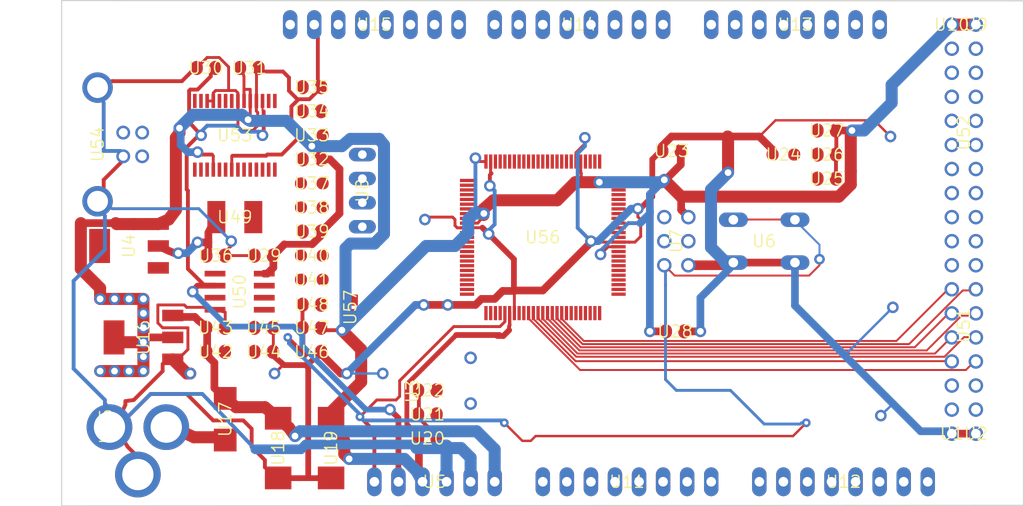
<source format=kicad_pcb>
(kicad_pcb (version 20221018) (generator pcbnew)
  (layers (0 "F.Cu" signal "Top") (31 "B.Cu" signal "Bottom") (34 "B.Paste" user) (35 "F.Paste" user) (36 "B.SilkS" user "B.Silkscreen") (37 "F.SilkS" user "F.Silkscreen") (38 "B.Mask" user) (39 "F.Mask" user) (44 "Edge.Cuts" user))
  (net 0 "")
  (net 1 "+5V")
  (net 2 "GND")
  (net 3 "N$6")
  (net 4 "N$7")
  (net 5 "AREF")
  (net 6 "RESET")
  (net 7 "VIN")
  (net 8 "N$3")
  (net 9 "PWRIN")
  (net 10 "M8RXD")
  (net 11 "M8TXD")
  (net 12 "ADC0")
  (net 13 "ADC2")
  (net 14 "ADC1")
  (net 15 "ADC3")
  (net 16 "ADC4")
  (net 17 "ADC5")
  (net 18 "ADC6")
  (net 19 "ADC7")
  (net 20 "+3V3")
  (net 21 "SDA")
  (net 22 "SCL")
  (net 23 "ADC9")
  (net 24 "ADC8")
  (net 25 "ADC10")
  (net 26 "ADC11")
  (net 27 "ADC12")
  (net 28 "ADC13")
  (net 29 "ADC14")
  (net 30 "ADC15")
  (net 31 "PB3")
  (net 32 "PB2")
  (net 33 "PB1")
  (net 34 "PB5")
  (net 35 "PB4")
  (net 36 "PE5")
  (net 37 "PE4")
  (net 38 "PE3")
  (net 39 "PE1")
  (net 40 "PE0")
  (net 41 "N$15")
  (net 42 "N$53")
  (net 43 "N$54")
  (net 44 "N$55")
  (net 45 "D-")
  (net 46 "D+")
  (net 47 "N$60")
  (net 48 "DTR")
  (net 49 "USBVCC")
  (net 50 "N$2")
  (net 51 "N$4")
  (net 52 "GATE_CMD")
  (net 53 "CMP")
  (net 54 "PB6")
  (net 55 "PH3")
  (net 56 "PH4")
  (net 57 "PH5")
  (net 58 "PH6")
  (net 59 "PG5")
  (net 60 "RXD1")
  (net 61 "TXD1")
  (net 62 "RXD2")
  (net 63 "RXD3")
  (net 64 "TXD2")
  (net 65 "TXD3")
  (net 66 "PC0")
  (net 67 "PC1")
  (net 68 "PC2")
  (net 69 "PC3")
  (net 70 "PC4")
  (net 71 "PC5")
  (net 72 "PC6")
  (net 73 "PC7")
  (net 74 "PB0")
  (net 75 "PG0")
  (net 76 "PG1")
  (net 77 "PG2")
  (net 78 "PD7")
  (net 79 "PA0")
  (net 80 "PA1")
  (net 81 "PA2")
  (net 82 "PA3")
  (net 83 "PA4")
  (net 84 "PA5")
  (net 85 "PA6")
  (net 86 "PA7")
  (net 87 "PL0")
  (net 88 "PL1")
  (net 89 "PL2")
  (net 90 "PL3")
  (net 91 "PL4")
  (net 92 "PL5")
  (net 93 "PL6")
  (net 94 "PL7")
  (net 95 "PB7")
  (net 96 "CTS")
  (net 97 "DSR")
  (net 98 "DCD")
  (net 99 "RI")
  (footprint "Arduino_MEGA_Reference_Design:2X03" (layer "F.Cu") (at 162.5981 103.7336 -90)
    (fp_text reference "U7")
    (fp_text value "")
  )
  (footprint "Arduino_MEGA_Reference_Design:1X08" (layer "F.Cu") (at 152.3111 80.8736 180)
    (fp_text reference "U14")
    (fp_text value "")
  )
  (footprint "Arduino_MEGA_Reference_Design:1X08" (layer "F.Cu") (at 130.7211 80.8736 180)
    (fp_text reference "U15")
    (fp_text value "")
  )
  (footprint "Arduino_MEGA_Reference_Design:SMC_D" (layer "F.Cu") (at 120.5611 125.5776 -90)
    (fp_text reference "U18")
    (fp_text value "")
  )
  (footprint "Arduino_MEGA_Reference_Design:SMC_D" (layer "F.Cu") (at 126.1491 125.5776 -90)
    (fp_text reference "U19")
    (fp_text value "")
  )
  (footprint "Arduino_MEGA_Reference_Design:B3F-10XX" (layer "F.Cu") (at 171.8691 103.7336 180)
    (fp_text reference "U6")
    (fp_text value "")
  )
  (footprint "Arduino_MEGA_Reference_Design:0805RND" (layer "F.Cu") (at 173.9011 94.5896 180)
    (fp_text reference "U24")
    (fp_text value "")
  )
  (footprint "Arduino_MEGA_Reference_Design:SMB" (layer "F.Cu") (at 114.9731 122.5296 -90)
    (fp_text reference "U17")
    (fp_text value "")
  )
  (footprint "Arduino_MEGA_Reference_Design:DC-21MM" (layer "F.Cu") (at 103.0351 123.2916 90)
    (fp_text reference "U55")
    (fp_text value "")
  )
  (footprint "Arduino_MEGA_Reference_Design:HC49_S" (layer "F.Cu") (at 140.8811 118.4656 90)
    (fp_text reference "U3")
    (fp_text value "")
  )
  (footprint "Arduino_MEGA_Reference_Design:SOT223" (layer "F.Cu") (at 106.3371 113.8936 90)
    (fp_text reference "U16")
    (fp_text value "")
  )
  (footprint "Arduino_MEGA_Reference_Design:1X06" (layer "F.Cu") (at 137.0711 129.1336)
    (fp_text reference "U5")
    (fp_text value "")
  )
  (footprint "Arduino_MEGA_Reference_Design:C0805RND" (layer "F.Cu") (at 124.1171 87.4776)
    (fp_text reference "U35")
    (fp_text value "")
  )
  (footprint "Arduino_MEGA_Reference_Design:C0805RND" (layer "F.Cu") (at 162.4711 113.2586)
    (fp_text reference "U28")
    (fp_text value "")
  )
  (footprint "Arduino_MEGA_Reference_Design:C0805RND" (layer "F.Cu") (at 136.3091 122.0216)
    (fp_text reference "U21")
    (fp_text value "")
  )
  (footprint "Arduino_MEGA_Reference_Design:C0805RND" (layer "F.Cu") (at 136.3091 119.4816)
    (fp_text reference "U22")
    (fp_text value "")
  )
  (footprint "Arduino_MEGA_Reference_Design:C0805RND" (layer "F.Cu") (at 113.9571 112.8776)
    (fp_text reference "U43")
    (fp_text value "")
  )
  (footprint "Arduino_MEGA_Reference_Design:RCL_0805RND" (layer "F.Cu") (at 124.1171 105.2576)
    (fp_text reference "U40")
    (fp_text value "")
  )
  (footprint "Arduino_MEGA_Reference_Design:RCL_0805RND" (layer "F.Cu") (at 124.1171 107.7976)
    (fp_text reference "U41")
    (fp_text value "")
  )
  (footprint "Arduino_MEGA_Reference_Design:1X08" (layer "F.Cu") (at 157.3911 129.1336)
    (fp_text reference "U11")
    (fp_text value "")
  )
  (footprint "Arduino_MEGA_Reference_Design:1X08" (layer "F.Cu") (at 175.1711 80.8736 180)
    (fp_text reference "U13")
    (fp_text value "")
  )
  (footprint "Arduino_MEGA_Reference_Design:R0805RND" (layer "F.Cu") (at 178.4731 94.5896 180)
    (fp_text reference "U26")
    (fp_text value "")
  )
  (footprint "Arduino_MEGA_Reference_Design:R0805RND" (layer "F.Cu") (at 178.4731 92.0496 180)
    (fp_text reference "U27")
    (fp_text value "")
  )
  (footprint "Arduino_MEGA_Reference_Design:TQFP100" (layer "F.Cu") (at 148.5011 103.3272)
    (fp_text reference "U56")
    (fp_text value "")
  )
  (footprint "Arduino_MEGA_Reference_Design:C0805RND" (layer "F.Cu") (at 162.0901 94.2086 180)
    (fp_text reference "U23")
    (fp_text value "")
  )
  (footprint "Arduino_MEGA_Reference_Design:C0805RND" (layer "F.Cu") (at 136.3091 124.5616)
    (fp_text reference "U20")
    (fp_text value "")
  )
  (footprint "Arduino_MEGA_Reference_Design:1X08" (layer "F.Cu") (at 180.2511 129.1336)
    (fp_text reference "U12")
    (fp_text value "")
  )
  (footprint "Arduino_MEGA_Reference_Design:R0805RND" (layer "F.Cu") (at 124.1171 112.8776)
    (fp_text reference "U47")
    (fp_text value "")
  )
  (footprint "Arduino_MEGA_Reference_Design:C0805RND" (layer "F.Cu") (at 124.1171 115.4176)
    (fp_text reference "U46")
    (fp_text value "")
  )
  (footprint "Arduino_MEGA_Reference_Design:C0805RND" (layer "F.Cu") (at 113.9571 105.2576)
    (fp_text reference "U36")
    (fp_text value "")
  )
  (footprint "Arduino_MEGA_Reference_Design:C0805RND" (layer "F.Cu") (at 112.9411 85.4456)
    (fp_text reference "U30")
    (fp_text value "")
  )
  (footprint "Arduino_MEGA_Reference_Design:0805RND" (layer "F.Cu") (at 124.1171 100.1776 180)
    (fp_text reference "U38")
    (fp_text value "")
  )
  (footprint "Arduino_MEGA_Reference_Design:0805RND" (layer "F.Cu") (at 124.1171 97.6376 180)
    (fp_text reference "U37")
    (fp_text value "")
  )
  (footprint "Arduino_MEGA_Reference_Design:R0805RND" (layer "F.Cu") (at 124.1171 95.0976)
    (fp_text reference "U32")
    (fp_text value "")
  )
  (footprint "Arduino_MEGA_Reference_Design:R0805RND" (layer "F.Cu") (at 124.1171 102.7176)
    (fp_text reference "U39")
    (fp_text value "")
  )
  (footprint "Arduino_MEGA_Reference_Design:SSOP28" (layer "F.Cu") (at 115.9891 92.5576)
    (fp_text reference "U53")
    (fp_text value "")
  )
  (footprint "Arduino_MEGA_Reference_Design:PN61729" (layer "F.Cu") (at 98.9584 93.5228 -90)
    (fp_text reference "U54")
    (fp_text value "")
  )
  (footprint "Arduino_MEGA_Reference_Design:L1812" (layer "F.Cu") (at 115.9891 101.1936)
    (fp_text reference "U49")
    (fp_text value "")
  )
  (footprint "Arduino_MEGA_Reference_Design:C0805RND" (layer "F.Cu") (at 117.5131 85.4456)
    (fp_text reference "U31")
    (fp_text value "")
  )
  (footprint "Arduino_MEGA_Reference_Design:0805RND" (layer "F.Cu") (at 124.1171 92.5576 180)
    (fp_text reference "U33")
    (fp_text value "")
  )
  (footprint "Arduino_MEGA_Reference_Design:R0805RND" (layer "F.Cu") (at 124.1171 90.0176 180)
    (fp_text reference "U34")
    (fp_text value "")
  )
  (footprint "Arduino_MEGA_Reference_Design:C0805RND" (layer "F.Cu") (at 124.1171 110.4392 180)
    (fp_text reference "U48")
    (fp_text value "")
  )
  (footprint "Arduino_MEGA_Reference_Design:SOT223" (layer "F.Cu") (at 104.8131 104.2416 90)
    (fp_text reference "U4")
    (fp_text value "")
  )
  (footprint "Arduino_MEGA_Reference_Design:SO08" (layer "F.Cu") (at 116.4971 109.0676 -90)
    (fp_text reference "U50")
    (fp_text value "")
  )
  (footprint "Arduino_MEGA_Reference_Design:R0805RND" (layer "F.Cu") (at 113.9571 115.4176 180)
    (fp_text reference "U42")
    (fp_text value "")
  )
  (footprint "Arduino_MEGA_Reference_Design:R0805RND" (layer "F.Cu") (at 119.0371 112.8776 180)
    (fp_text reference "U45")
    (fp_text value "")
  )
  (footprint "Arduino_MEGA_Reference_Design:C0805RND" (layer "F.Cu") (at 119.0371 115.4176 180)
    (fp_text reference "U44")
    (fp_text value "")
  )
  (footprint "Arduino_MEGA_Reference_Design:C0805RND" (layer "F.Cu") (at 119.0371 105.2576)
    (fp_text reference "U29")
    (fp_text value "")
  )
  (footprint "Arduino_MEGA_Reference_Design:2X08" (layer "F.Cu") (at 192.9511 92.3036 90)
    (fp_text reference "U52")
    (fp_text value "")
  )
  (footprint "Arduino_MEGA_Reference_Design:2X08" (layer "F.Cu") (at 192.9511 112.6236 90)
    (fp_text reference "U51")
    (fp_text value "")
  )
  (footprint "Arduino_MEGA_Reference_Design:R0805RND" (layer "F.Cu") (at 178.4731 97.1296 180)
    (fp_text reference "U25")
    (fp_text value "")
  )
  (footprint "Arduino_MEGA_Reference_Design:1X01" (layer "F.Cu") (at 191.6811 80.8736)
    (fp_text reference "U10")
    (fp_text value "")
  )
  (footprint "Arduino_MEGA_Reference_Design:1X01" (layer "F.Cu") (at 194.2211 80.8736)
    (fp_text reference "U9")
    (fp_text value "")
  )
  (footprint "Arduino_MEGA_Reference_Design:1X01" (layer "F.Cu") (at 191.6811 124.0536)
    (fp_text reference "U1")
    (fp_text value "")
  )
  (footprint "Arduino_MEGA_Reference_Design:1X01" (layer "F.Cu") (at 194.2211 124.0536)
    (fp_text reference "U2")
    (fp_text value "")
  )
  (footprint "Arduino_MEGA_Reference_Design:SJ" (layer "F.Cu") (at 128.1811 110.7186 -90)
    (fp_text reference "U57")
    (fp_text value "")
  )
  (footprint "Arduino_MEGA_Reference_Design:JP4" (layer "F.Cu") (at 129.4511 98.3996 -90)
    (fp_text reference "U8")
    (fp_text value "")
  )
  (gr_line (start 199.25 131.62) (end 97.7011 131.6736) (layer "Edge.Cuts") (width 0.12))
  (gr_line (start 97.7011 131.6736) (end 97.7011 78.3336) (layer "Edge.Cuts") (width 0.12))
  (gr_line (start 199.25 78.36) (end 199.25 131.62) (layer "Edge.Cuts") (width 0.12))
  (gr_line (start 97.7011 78.3336) (end 199.25 78.36) (layer "Edge.Cuts") (width 0.12))
  (segment (start 144.9451 112.7506) (end 145.0011 112.5676) (width 0.4064) (layer "F.Cu") (net 1))
  (segment (start 106.3371 112.8776) (end 106.3371 111.3536) (width 1.27) (layer "F.Cu") (net 1))
  (segment (start 101.2571 108.1786) (end 101.2571 108.3056) (width 0.508) (layer "F.Cu") (net 1))
  (segment (start 152.4889 95.4024) (end 152.5133 95.378) (width 0.254) (layer "F.Cu") (net 1))
  (segment (start 179.4501 92.0496) (end 179.3621 92.0496) (width 0.4064) (layer "F.Cu") (net 1))
  (segment (start 135.3321 124.5616) (end 135.0391 123.9266) (width 0.508) (layer "F.Cu") (net 1))
  (segment (start 134.1501 118.8466) (end 139.3571 113.6396) (width 0.508) (layer "F.Cu") (net 1))
  (segment (start 126.1491 122.4276) (end 127.5461 124.8156) (width 1.27) (layer "F.Cu") (net 1))
  (segment (start 127.2921 113.1316) (end 129.3241 115.1636) (width 1.27) (layer "F.Cu") (net 1))
  (segment (start 103.7461 114.4016) (end 103.2381 113.8936) (width 1.27) (layer "F.Cu") (net 1))
  (segment (start 116.9543 86.36) (end 116.8781 86.0806) (width 0.3048) (layer "F.Cu") (net 1))
  (segment (start 161.3281 97.2566) (end 163.1061 99.0346) (width 1.27) (layer "F.Cu") (net 1))
  (segment (start 101.7651 109.8296) (end 103.2891 109.8296) (width 1.27) (layer "F.Cu") (net 1))
  (segment (start 141.3891 94.9706) (end 141.8727 95.3272) (width 0.3048) (layer "F.Cu") (net 1))
  (segment (start 155.3591 104.3686) (end 155.4005 104.3272) (width 0.254) (layer "F.Cu") (net 1))
  (segment (start 159.8041 113.2586) (end 161.4941 113.2586) (width 0.8128) (layer "F.Cu") (net 1))
  (segment (start 105.3211 101.9302) (end 107.9119 101.9302) (width 1.27) (layer "F.Cu") (net 1))
  (segment (start 139.3571 113.6396) (end 143.9291 113.6396) (width 0.6096) (layer "F.Cu") (net 1))
  (segment (start 152.5143 96.52) (end 152.5143 96.266) (width 0.3048) (layer "F.Cu") (net 1))
  (segment (start 112.0521 94.3356) (end 112.3061 94.5896) (width 0.4064) (layer "F.Cu") (net 1))
  (segment (start 99.7331 101.8286) (end 103.4161 101.8286) (width 0.8128) (layer "F.Cu") (net 1))
  (segment (start 124.1425 104.0638) (end 121.2215 104.0638) (width 0.7112) (layer "F.Cu") (net 1))
  (segment (start 125.0061 103.2256) (end 124.1425 104.0638) (width 0.8128) (layer "F.Cu") (net 1))
  (segment (start 151.9301 97.5106) (end 154.4701 97.5106) (width 1.27) (layer "F.Cu") (net 1))
  (segment (start 120.0531 105.2576) (end 120.0141 105.2576) (width 0.8128) (layer "F.Cu") (net 1))
  (segment (start 152.5133 95.378) (end 152.5011 95.3272) (width 0.254) (layer "F.Cu") (net 1))
  (segment (start 124.1171 93.7006) (end 124.7521 94.4626) (width 0.8128) (layer "F.Cu") (net 1))
  (segment (start 117.6141 88.9326) (end 117.6147 87.7062) (width 0.3048) (layer "F.Cu") (net 1))
  (segment (start 103.2891 109.8296) (end 104.8131 109.8296) (width 1.27) (layer "F.Cu") (net 1))
  (segment (start 126.1491 121.7676) (end 126.1491 122.4276) (width 1.27) (layer "F.Cu") (net 1))
  (segment (start 127.5461 126.2126) (end 128.0541 126.7206) (width 1.27) (layer "F.Cu") (net 1))
  (segment (start 127.0381 96.1136) (end 127.0381 100.8126) (width 0.8128) (layer "F.Cu") (net 1))
  (segment (start 163.1061 100.4316) (end 163.8681 101.1936) (width 0.8128) (layer "F.Cu") (net 1))
  (segment (start 113.5761 94.5896) (end 113.7141 94.7276) (width 0.3048) (layer "F.Cu") (net 1))
  (segment (start 106.3371 109.8296) (end 104.8131 109.8296) (width 1.27) (layer "F.Cu") (net 1))
  (segment (start 143.2941 99.4156) (end 150.0251 99.4156) (width 1.27) (layer "F.Cu") (net 1))
  (segment (start 121.2215 104.0638) (end 120.0531 105.2576) (width 0.8128) (layer "F.Cu") (net 1))
  (segment (start 142.1511 101.1936) (end 141.6445 101.8272) (width 0.3048) (layer "F.Cu") (net 1))
  (segment (start 99.7331 106.6546) (end 99.7331 101.8286) (width 1.27) (layer "F.Cu") (net 1))
  (segment (start 109.7661 92.8116) (end 110.1471 92.3036) (width 1.27) (layer "F.Cu") (net 1))
  (segment (start 101.7651 108.6866) (end 101.7651 109.8296) (width 1.27) (layer "F.Cu") (net 1))
  (segment (start 127.2921 113.1316) (end 125.3871 113.1316) (width 0.4064) (layer "F.Cu") (net 1))
  (segment (start 120.0531 105.2576) (end 120.0531 106.5276) (width 0.8128) (layer "F.Cu") (net 1))
  (segment (start 142.2471 100.9706) (end 142.2471 100.3356) (width 1.27) (layer "F.Cu") (net 1))
  (segment (start 179.3621 94.5896) (end 179.4501 94.5896) (width 0.4064) (layer "F.Cu") (net 1))
  (segment (start 120.0531 106.5276) (end 119.4181 107.1626) (width 0.8128) (layer "F.Cu") (net 1))
  (segment (start 125.0941 102.6786) (end 125.0061 102.5906) (width 0.8128) (layer "F.Cu") (net 1))
  (segment (start 179.4891 94.4626) (end 179.3621 94.5896) (width 0.4064) (layer "F.Cu") (net 1))
  (segment (start 103.4161 101.8286) (end 103.5177 101.9302) (width 1.27) (layer "F.Cu") (net 1))
  (segment (start 163.0671 95.6446) (end 163.0671 94.2086) (width 0.8128) (layer "F.Cu") (net 1))
  (segment (start 142.2781 100.8126) (end 142.1511 101.1936) (width 0.4064) (layer "F.Cu") (net 1))
  (segment (start 163.1061 99.0346) (end 163.1061 100.4316) (width 0.8128) (layer "F.Cu") (net 1))
  (segment (start 141.8727 95.3272) (end 142.5011 95.3272) (width 0.3048) (layer "F.Cu") (net 1))
  (segment (start 113.7141 94.7276) (end 113.7141 96.1826) (width 0.3048) (layer "F.Cu") (net 1))
  (segment (start 129.3241 115.1636) (end 129.3241 118.5926) (width 1.27) (layer "F.Cu") (net 1))
  (segment (start 106.3371 115.9256) (end 106.3371 114.4016) (width 1.27) (layer "F.Cu") (net 1))
  (segment (start 143.7005 113.7412) (end 144.3355 113.7412) (width 0.6096) (layer "F.Cu") (net 1))
  (segment (start 179.4501 94.5896) (end 179.4891 94.5896) (width 0.4064) (layer "F.Cu") (net 1))
  (segment (start 127.0381 100.8126) (end 125.1331 102.7176) (width 0.8128) (layer "F.Cu") (net 1))
  (segment (start 106.9721 113.8936) (end 109.4359 113.8936) (width 0.8128) (layer "F.Cu") (net 1))
  (segment (start 135.8011 129.1336) (end 135.4201 127.7366) (width 0.8128) (layer "F.Cu") (net 1))
  (segment (start 125.1331 102.7176) (end 125.0941 102.6786) (width 0.8128) (layer "F.Cu") (net 1))
  (segment (start 181.0131 96.3676) (end 181.0131 96.4946) (width 0.8128) (layer "F.Cu") (net 1))
  (segment (start 144.9451 113.1316) (end 144.9451 112.7506) (width 0.4064) (layer "F.Cu") (net 1))
  (segment (start 125.1331 102.7176) (end 125.0941 102.7176) (width 0.8128) (layer "F.Cu") (net 1))
  (segment (start 124.7521 94.4626) (end 125.0941 95.0976) (width 0.8128) (layer "F.Cu") (net 1))
  (segment (start 125.0061 102.5906) (end 125.0061 103.2256) (width 0.8128) (layer "F.Cu") (net 1))
  (segment (start 135.0391 123.9266) (end 134.1501 123.0376) (width 0.508) (layer "F.Cu") (net 1))
  (segment (start 181.0131 97.7646) (end 181.0131 96.3676) (width 1.27) (layer "F.Cu") (net 1))
  (segment (start 109.7661 100.4316) (end 109.7661 92.8116) (width 1.27) (layer "F.Cu") (net 1))
  (segment (start 155.4005 104.3272) (end 156.5011 104.3272) (width 0.3048) (layer "F.Cu") (net 1))
  (segment (start 126.0221 95.0976) (end 127.0381 96.1136) (width 0.8128) (layer "F.Cu") (net 1))
  (segment (start 106.3371 117.4496) (end 104.8131 117.4496) (width 1.27) (layer "F.Cu") (net 1))
  (segment (start 152.5143 96.266) (end 152.5143 95.4278) (width 0.254) (layer "F.Cu") (net 1))
  (segment (start 127.5461 124.8156) (end 127.5461 126.2126) (width 1.27) (layer "F.Cu") (net 1))
  (segment (start 119.4181 107.1626) (end 119.0971 107.1626) (width 0.8128) (layer "F.Cu") (net 1))
  (segment (start 125.1331 112.8776) (end 125.0941 112.8776) (width 0.4064) (layer "F.Cu") (net 1))
  (segment (start 143.9291 113.6396) (end 143.8529 113.7158) (width 0.2032) (layer "F.Cu") (net 1))
  (segment (start 117.6147 87.7062) (end 116.9543 87.7062) (width 0.3048) (layer "F.Cu") (net 1))
  (segment (start 107.9119 101.9302) (end 109.0041 101.4476) (width 1.27) (layer "F.Cu") (net 1))
  (segment (start 135.4201 127.7366) (end 135.4201 125.1966) (width 0.8128) (layer "F.Cu") (net 1))
  (segment (start 179.4501 94.6286) (end 179.4501 97.1296) (width 0.4064) (layer "F.Cu") (net 1))
  (segment (start 150.0251 99.4156) (end 151.9301 97.5106) (width 1.27) (layer "F.Cu") (net 1))
  (segment (start 179.4891 94.5896) (end 179.4501 94.6286) (width 0.4064) (layer "F.Cu") (net 1))
  (segment (start 125.3871 113.1316) (end 125.1331 112.8776) (width 0.4064) (layer "F.Cu") (net 1))
  (segment (start 143.8529 113.7158) (end 143.7005 113.7412) (width 0.2032) (layer "F.Cu") (net 1))
  (segment (start 106.3371 112.8776) (end 106.3371 114.4016) (width 1.27) (layer "F.Cu") (net 1))
  (segment (start 117.6147 89.7636) (end 117.6141 88.9326) (width 0.3048) (layer "F.Cu") (net 1))
  (segment (start 117.3861 90.9066) (end 117.6147 90.3986) (width 0.3048) (layer "F.Cu") (net 1))
  (segment (start 144.3355 113.7412) (end 144.9451 113.1316) (width 0.6096) (layer "F.Cu") (net 1))
  (segment (start 152.5651 96.5708) (end 152.5143 96.52) (width 0.3048) (layer "F.Cu") (net 1))
  (segment (start 106.3371 114.4016) (end 103.7461 114.4016) (width 1.27) (layer "F.Cu") (net 1))
  (segment (start 106.3371 109.8296) (end 106.3371 111.3536) (width 1.27) (layer "F.Cu") (net 1))
  (segment (start 181.1401 92.0496) (end 179.4501 92.0496) (width 0.8128) (layer "F.Cu") (net 1))
  (segment (start 109.0041 101.4476) (end 109.7661 100.4316) (width 1.27) (layer "F.Cu") (net 1))
  (segment (start 99.7331 106.6546) (end 101.2571 108.1786) (width 1.27) (layer "F.Cu") (net 1))
  (segment (start 110.1471 92.3036) (end 110.1471 91.7956) (width 1.27) (layer "F.Cu") (net 1))
  (segment (start 163.1061 99.0346) (end 179.7431 99.0346) (width 1.27) (layer "F.Cu") (net 1))
  (segment (start 116.9543 87.6554) (end 116.9543 86.36) (width 0.3048) (layer "F.Cu") (net 1))
  (segment (start 101.2571 108.1786) (end 101.7651 108.6866) (width 1.27) (layer "F.Cu") (net 1))
  (segment (start 129.3241 118.5926) (end 126.1491 121.7676) (width 1.27) (layer "F.Cu") (net 1))
  (segment (start 145.0011 112.5676) (end 145.0011 111.3272) (width 0.3556) (layer "F.Cu") (net 1))
  (segment (start 106.3371 115.9256) (end 106.3371 117.4496) (width 1.27) (layer "F.Cu") (net 1))
  (segment (start 179.4891 92.1766) (end 179.4891 94.4626) (width 0.4064) (layer "F.Cu") (net 1))
  (segment (start 191.6811 80.8736) (end 194.2211 80.8736) (width 1.27) (layer "F.Cu") (net 1))
  (segment (start 181.0131 96.3676) (end 181.0131 92.1766) (width 1.27) (layer "F.Cu") (net 1))
  (segment (start 153.0731 97.5106) (end 152.5651 97.0026) (width 0.4064) (layer "F.Cu") (net 1))
  (segment (start 116.8781 86.0806) (end 116.5361 85.4456) (width 0.3048) (layer "F.Cu") (net 1))
  (segment (start 101.7651 117.4496) (end 103.2891 117.4496) (width 1.27) (layer "F.Cu") (net 1))
  (segment (start 161.4551 97.2566) (end 163.0671 95.6446) (width 0.8128) (layer "F.Cu") (net 1))
  (segment (start 134.1501 123.0376) (end 134.1501 118.8466) (width 0.508) (layer "F.Cu") (net 1))
  (segment (start 104.8131 117.4496) (end 103.2891 117.4496) (width 1.27) (layer "F.Cu") (net 1))
  (segment (start 152.5143 95.4278) (end 152.4889 95.4024) (width 0.254) (layer "F.Cu") (net 1))
  (segment (start 154.4701 97.5106) (end 153.0731 97.5106) (width 0.4064) (layer "F.Cu") (net 1))
  (segment (start 154.5971 105.1306) (end 155.3591 104.3686) (width 0.3048) (layer "F.Cu") (net 1))
  (segment (start 112.3061 94.5896) (end 113.5761 94.5896) (width 0.4064) (layer "F.Cu") (net 1))
  (segment (start 152.5651 97.0026) (end 152.5651 96.5708) (width 0.3048) (layer "F.Cu") (net 1))
  (segment (start 142.1511 101.1936) (end 142.2471 100.9706) (width 0.4064) (layer "F.Cu") (net 1))
  (segment (start 142.2471 100.3356) (end 143.2941 99.4156) (width 1.27) (layer "F.Cu") (net 1))
  (segment (start 141.6445 101.8272) (end 140.5011 101.8272) (width 0.3048) (layer "F.Cu") (net 1))
  (segment (start 125.0941 95.0976) (end 126.0221 95.0976) (width 0.8128) (layer "F.Cu") (net 1))
  (segment (start 161.3281 97.2566) (end 161.4551 97.2566) (width 0.8128) (layer "F.Cu") (net 1))
  (segment (start 179.3621 92.0496) (end 179.4891 92.1766) (width 0.4064) (layer "F.Cu") (net 1))
  (segment (start 181.0131 92.1766) (end 181.1401 92.0496) (width 0.8128) (layer "F.Cu") (net 1))
  (segment (start 125.0941 102.6786) (end 125.0941 102.7176) (width 0.8128) (layer "F.Cu") (net 1))
  (segment (start 116.9641 88.9326) (end 116.9543 87.6554) (width 0.3048) (layer "F.Cu") (net 1))
  (segment (start 135.4201 125.1966) (end 135.3321 124.5616) (width 0.8128) (layer "F.Cu") (net 1))
  (segment (start 179.7431 99.0346) (end 181.0131 97.7646) (width 1.27) (layer "F.Cu") (net 1))
  (segment (start 116.9543 87.7062) (end 116.9641 88.9326) (width 0.3048) (layer "F.Cu") (net 1))
  (segment (start 103.5177 101.9302) (end 105.3211 101.9302) (width 1.27) (layer "F.Cu") (net 1))
  (segment (start 117.6147 90.3986) (end 117.6147 89.7636) (width 0.3048) (layer "F.Cu") (net 1))
  (segment (start 127.2921 113.1316) (end 136.1821 104.2416) (width 1.27) (layer "B.Cu") (net 1))
  (segment (start 131.7371 93.5736) (end 131.7371 102.9716) (width 1.27) (layer "B.Cu") (net 1))
  (segment (start 161.3281 97.2566) (end 159.8041 98.7806) (width 0.8128) (layer "B.Cu") (net 1))
  (segment (start 159.8041 100.5586) (end 159.8041 100.8126) (width 0.8128) (layer "B.Cu") (net 1))
  (segment (start 154.7241 104.6226) (end 154.7241 105.0036) (width 0.4064) (layer "B.Cu") (net 1))
  (segment (start 159.8041 100.5586) (end 159.8041 113.2586) (width 0.8128) (layer "B.Cu") (net 1))
  (segment (start 158.7881 101.8286) (end 157.5181 101.8286) (width 0.4064) (layer "B.Cu") (net 1))
  (segment (start 110.4011 91.6686) (end 110.2741 91.7956) (width 0.8128) (layer "B.Cu") (net 1))
  (segment (start 159.8041 98.7806) (end 159.8041 100.5586) (width 0.8128) (layer "B.Cu") (net 1))
  (segment (start 128.0541 126.7206) (end 133.8961 126.7206) (width 1.27) (layer "B.Cu") (net 1))
  (segment (start 161.0741 97.5106) (end 161.3281 97.2566) (width 0.6096) (layer "B.Cu") (net 1))
  (segment (start 154.4701 97.5106) (end 161.0741 97.5106) (width 1.27) (layer "B.Cu") (net 1))
  (segment (start 117.6401 91.0336) (end 121.4501 91.0336) (width 1.27) (layer "B.Cu") (net 1))
  (segment (start 139.2301 104.2416) (end 140.6271 102.8446) (width 1.27) (layer "B.Cu") (net 1))
  (segment (start 142.2781 100.9396) (end 141.3891 100.0506) (width 0.4064) (layer "B.Cu") (net 1))
  (segment (start 127.6731 104.4956) (end 127.6731 112.6236) (width 1.27) (layer "B.Cu") (net 1))
  (segment (start 154.7241 105.0036) (end 154.5971 105.1306) (width 0.4064) (layer "B.Cu") (net 1))
  (segment (start 111.5441 90.3986) (end 116.7511 90.3986) (width 1.27) (layer "B.Cu") (net 1))
  (segment (start 135.1661 127.9906) (end 135.8011 129.1336) (width 1.27) (layer "B.Cu") (net 1))
  (segment (start 128.1811 92.9386) (end 131.2291 92.9386) (width 1.27) (layer "B.Cu") (net 1))
  (segment (start 131.2291 92.9386) (end 131.7371 93.5736) (width 1.27) (layer "B.Cu") (net 1))
  (segment (start 110.2741 93.5736) (end 111.0361 94.3356) (width 0.8128) (layer "B.Cu") (net 1))
  (segment (start 159.8041 100.8126) (end 158.7881 101.8286) (width 0.8128) (layer "B.Cu") (net 1))
  (segment (start 127.6731 112.6236) (end 127.2921 113.0046) (width 0.8128) (layer "B.Cu") (net 1))
  (segment (start 130.7211 103.9876) (end 128.1811 103.9876) (width 1.27) (layer "B.Cu") (net 1))
  (segment (start 185.3311 87.2236) (end 191.6811 80.8736) (width 1.27) (layer "B.Cu") (net 1))
  (segment (start 131.7371 102.9716) (end 130.7211 103.9876) (width 1.27) (layer "B.Cu") (net 1))
  (segment (start 140.6271 101.4476) (end 141.2621 100.8126) (width 1.27) (layer "B.Cu") (net 1))
  (segment (start 157.5181 101.8286) (end 154.7241 104.6226) (width 0.4064) (layer "B.Cu") (net 1))
  (segment (start 116.7511 90.3986) (end 117.3861 90.9066) (width 1.27) (layer "B.Cu") (net 1))
  (segment (start 142.2781 100.8126) (end 142.2781 100.9396) (width 0.4064) (layer "B.Cu") (net 1))
  (segment (start 181.1401 92.0496) (end 182.4101 92.0496) (width 1.27) (layer "B.Cu") (net 1))
  (segment (start 111.0361 94.3356) (end 112.0521 94.3356) (width 0.8128) (layer "B.Cu") (net 1))
  (segment (start 127.2921 93.7006) (end 128.1811 92.9386) (width 1.27) (layer "B.Cu") (net 1))
  (segment (start 141.3891 100.0506) (end 141.3891 94.9706) (width 0.4064) (layer "B.Cu") (net 1))
  (segment (start 110.2741 91.7956) (end 110.2741 93.5736) (width 0.8128) (layer "B.Cu") (net 1))
  (segment (start 128.1811 103.9876) (end 127.6731 104.4956) (width 1.27) (layer "B.Cu") (net 1))
  (segment (start 182.4101 92.0496) (end 185.3311 89.1286) (width 1.27) (layer "B.Cu") (net 1))
  (segment (start 117.3861 90.9066) (end 117.6401 91.0336) (width 1.27) (layer "B.Cu") (net 1))
  (segment (start 110.1471 91.7956) (end 111.5441 90.3986) (width 1.27) (layer "B.Cu") (net 1))
  (segment (start 141.2621 100.8126) (end 142.2781 100.8126) (width 1.27) (layer "B.Cu") (net 1))
  (segment (start 110.1471 91.7956) (end 110.4011 91.6686) (width 0.8128) (layer "B.Cu") (net 1))
  (segment (start 185.3311 89.1286) (end 185.3311 87.2236) (width 1.27) (layer "B.Cu") (net 1))
  (segment (start 140.6271 102.8446) (end 140.6271 101.4476) (width 1.27) (layer "B.Cu") (net 1))
  (segment (start 124.1171 93.7006) (end 127.2921 93.7006) (width 1.27) (layer "B.Cu") (net 1))
  (segment (start 136.1821 104.2416) (end 139.2301 104.2416) (width 1.27) (layer "B.Cu") (net 1))
  (segment (start 121.4501 91.0336) (end 124.1171 93.7006) (width 1.27) (layer "B.Cu") (net 1))
  (segment (start 127.2921 113.0046) (end 127.2921 113.1316) (width 0.8128) (layer "B.Cu") (net 1))
  (segment (start 133.8961 126.7206) (end 135.1661 127.9906) (width 1.27) (layer "B.Cu") (net 1))
  (via (at 106.3371 115.9256) (size 1.2192) (drill 0.7112) (layers "F.Cu" "B.Cu") (net 1))
  (via (at 104.8131 109.8296) (size 1.2192) (drill 0.7112) (layers "F.Cu" "B.Cu") (net 1))
  (via (at 106.3371 109.8296) (size 1.2192) (drill 0.7112) (layers "F.Cu" "B.Cu") (net 1))
  (via (at 159.8041 113.2586) (size 1.2192) (drill 0.7112) (layers "F.Cu" "B.Cu") (net 1))
  (via (at 101.7651 117.4496) (size 1.2192) (drill 0.7112) (layers "F.Cu" "B.Cu") (net 1))
  (via (at 127.2921 113.1316) (size 1.2192) (drill 0.7112) (layers "F.Cu" "B.Cu") (net 1))
  (via (at 142.2781 100.8126) (size 1.2192) (drill 0.7112) (layers "F.Cu" "B.Cu") (net 1))
  (via (at 106.3371 114.4016) (size 1.2192) (drill 0.7112) (layers "F.Cu" "B.Cu") (net 1))
  (via (at 106.3371 111.3536) (size 1.2192) (drill 0.7112) (layers "F.Cu" "B.Cu") (net 1))
  (via (at 103.2891 117.4496) (size 1.2192) (drill 0.7112) (layers "F.Cu" "B.Cu") (net 1))
  (via (at 110.1471 91.7956) (size 1.2192) (drill 0.7112) (layers "F.Cu" "B.Cu") (net 1))
  (via (at 154.4701 97.5106) (size 1.2192) (drill 0.7112) (layers "F.Cu" "B.Cu") (net 1))
  (via (at 181.1401 92.0496) (size 1.2192) (drill 0.7112) (layers "F.Cu" "B.Cu") (net 1))
  (via (at 117.3861 90.9066) (size 1.2192) (drill 0.7112) (layers "F.Cu" "B.Cu") (net 1))
  (via (at 124.1171 93.7006) (size 1.2192) (drill 0.7112) (layers "F.Cu" "B.Cu") (net 1))
  (via (at 104.8131 117.4496) (size 1.2192) (drill 0.7112) (layers "F.Cu" "B.Cu") (net 1))
  (via (at 106.3371 117.4496) (size 1.2192) (drill 0.7112) (layers "F.Cu" "B.Cu") (net 1))
  (via (at 161.3281 97.2566) (size 1.2192) (drill 0.7112) (layers "F.Cu" "B.Cu") (net 1))
  (via (at 141.3891 94.9706) (size 1.2192) (drill 0.7112) (layers "F.Cu" "B.Cu") (net 1))
  (via (at 106.3371 112.8776) (size 1.2192) (drill 0.7112) (layers "F.Cu" "B.Cu") (net 1))
  (via (at 103.2891 109.8296) (size 1.2192) (drill 0.7112) (layers "F.Cu" "B.Cu") (net 1))
  (via (at 128.0541 126.7206) (size 1.2192) (drill 0.7112) (layers "F.Cu" "B.Cu") (net 1))
  (via (at 101.7651 109.8296) (size 1.2192) (drill 0.7112) (layers "F.Cu" "B.Cu") (net 1))
  (via (at 154.5971 105.1306) (size 1.2192) (drill 0.7112) (layers "F.Cu" "B.Cu") (net 1))
  (via (at 112.0521 94.3356) (size 1.2192) (drill 0.7112) (layers "F.Cu" "B.Cu") (net 1))
  (segment (start 137.2861 124.5616) (end 136.9441 123.9266) (width 0.3048) (layer "F.Cu") (net 2))
  (segment (start 103.3907 123.3678) (end 103.4923 123.3678) (width 0.4064) (layer "F.Cu") (net 2))
  (segment (start 135.4201 120.1166) (end 135.3321 119.4816) (width 0.3048) (layer "F.Cu") (net 2))
  (segment (start 113.7141 88.9326) (end 113.0641 88.9326) (width 0.3048) (layer "F.Cu") (net 2))
  (segment (start 122.6566 88.8111) (end 121.7041 87.8586) (width 0.4064) (layer "F.Cu") (net 2))
  (segment (start 137.5791 125.1966) (end 137.2861 124.5616) (width 0.4064) (layer "F.Cu") (net 2))
  (segment (start 112.541482 84.868218) (end 111.9641 85.4456) (width 0.3048) (layer "F.Cu") (net 2))
  (segment (start 145.5011 108.9886) (end 145.5011 111.3272) (width 0.3048) (layer "F.Cu") (net 2))
  (segment (start 168.3131 106.2736) (end 163.8681 106.2736) (width 1.016) (layer "F.Cu") (net 2))
  (segment (start 158.7881 100.3046) (end 160.0581 99.0346) (width 0.6096) (layer "F.Cu") (net 2))
  (segment (start 123.4821 116.8146) (end 121.1961 116.8146) (width 0.6096) (layer "F.Cu") (net 2))
  (segment (start 142.0495 102.3112) (end 142.0241 102.3366) (width 0.3048) (layer "F.Cu") (net 2))
  (segment (start 113.7141 88.0833) (end 113.7141 88.9326) (width 0.3048) (layer "F.Cu") (net 2))
  (segment (start 121.9581 91.4146) (end 121.9581 89.5096) (width 0.4064) (layer "F.Cu") (net 2))
  (segment (start 116.3193 91.6178) (end 116.3193 89.0778) (width 0.3048) (layer "F.Cu") (net 2))
  (segment (start 103.5431 123.4186) (end 107.0991 119.8626) (width 0.4064) (layer "F.Cu") (net 2))
  (segment (start 104.6861 125.4506) (end 103.3907 123.3678) (width 0.4064) (layer "F.Cu") (net 2))
  (segment (start 158.5341 100.3046) (end 158.7881 100.3046) (width 0.6096) (layer "F.Cu") (net 2))
  (segment (start 116.8781 122.6566) (end 117.7671 123.5456) (width 0.4064) (layer "F.Cu") (net 2))
  (segment (start 158.835701 101.468305) (end 158.5341 101.166704) (width 0.3048) (layer "F.Cu") (net 2))
  (segment (start 107.8611 110.4646) (end 110.6551 110.4646) (width 0.3048) (layer "F.Cu") (net 2))
  (segment (start 160.9471 94.2086) (end 161.0741 94.2086) (width 0.6096) (layer "F.Cu") (net 2))
  (segment (start 110.9091 110.7186) (end 112.8141 110.7186) (width 0.3048) (layer "F.Cu") (net 2))
  (segment (start 162.0901 92.6846) (end 168.0154 92.6846) (width 0.8128) (layer "F.Cu") (net 2))
  (segment (start 110.9345 117.7036) (end 109.4359 116.205) (width 1.27) (layer "F.Cu") (net 2))
  (segment (start 111.0361 115.1636) (end 111.0361 112.8776) (width 0.3048) (layer "F.Cu") (net 2))
  (segment (start 168.0154 92.6846) (end 171.3611 92.6846) (width 0.8128) (layer "F.Cu") (net 2))
  (segment (start 115.6081 104.2416) (end 115.2271 104.6226) (width 0.3048) (layer "F.Cu") (net 2))
  (segment (start 123.7361 117.0686) (end 123.4821 116.8146) (width 0.6096) (layer "F.Cu") (net 2))
  (segment (start 152.9461 92.8116) (end 152.9461 93.4466) (width 0.3048) (layer "F.Cu") (net 2))
  (segment (start 110.9091 119.8626) (end 113.7031 122.6566) (width 0.4064) (layer "F.Cu") (net 2))
  (segment (start 145.4531 108.9406) (end 148.5011 108.9406) (width 0.8128) (layer "F.Cu") (net 2))
  (segment (start 115.33089 87.83089) (end 113.96651 87.83089) (width 0.3048) (layer "F.Cu") (net 2))
  (segment (start 114.9731 111.2266) (end 114.9731 112.2426) (width 0.3048) (layer "F.Cu") (net 2))
  (segment (start 106.3879 128.3716) (end 105.3211 126.0856) (width 0.4064) (layer "F.Cu") (net 2))
  (segment (start 112.8141 110.7186) (end 113.8971 110.9726) (width 0.3048) (layer "F.Cu") (net 2))
  (segment (start 120.5611 128.7276) (end 121.9581 128.7526) (width 0.3048) (layer "F.Cu") (net 2))
  (segment (start 153.5811 103.7336) (end 153.7081 103.8606) (width 0.4064) (layer "F.Cu") (net 2))
  (segment (start 120.0141 115.4176) (end 120.0531 114.7826) (width 0.3048) (layer "F.Cu") (net 2))
  (segment (start 171.3611 92.6846) (end 172.7581 94.0816) (width 0.8128) (layer "F.Cu") (net 2))
  (segment (start 143.4211 109.8296) (end 144.2621 108.9886) (width 0.8128) (layer "F.Cu") (net 2))
  (segment (start 121.0691 85.8266) (end 119.0371 85.8266) (width 0.4064) (layer "F.Cu") (net 2))
  (segment (start 119.1641 127.6096) (end 120.5611 128.7276) (width 0.4064) (layer "F.Cu") (net 2))
  (segment (start 120.9421 94.5896) (end 122.9741 92.5576) (width 0.4064) (layer "F.Cu") (net 2))
  (segment (start 163.4481 113.2586) (end 165.1381 113.2586) (width 0.8128) (layer "F.Cu") (net 2))
  (segment (start 156.5195 103.8272) (end 156.5275 103.8352) (width 0.3048) (layer "F.Cu") (net 2))
  (segment (start 160.0581 95.0976) (end 160.9471 94.2086) (width 0.6096) (layer "F.Cu") (net 2))
  (segment (start 125.0941 87.4776) (end 124.7521 86.8426) (width 0.4064) (layer "F.Cu") (net 2))
  (segment (start 135.3321 122.0216) (end 135.4201 121.3866) (width 0.3048) (layer "F.Cu") (net 2))
  (segment (start 116.3193 89.0778) (end 116.3141 89.0726) (width 0.3048) (layer "F.Cu") (net 2))
  (segment (start 124.7521 128.7526) (end 126.1491 128.7276) (width 0.6096) (layer "F.Cu") (net 2))
  (segment (start 116.7511 92.0496) (end 116.3193 91.6178) (width 0.3048) (layer "F.Cu") (net 2))
  (segment (start 168.5925 105.9942) (end 168.3131 106.2736) (width 1.016) (layer "F.Cu") (net 2))
  (segment (start 168.0591 96.4946) (end 168.0591 92.7283) (width 1.27) (layer "F.Cu") (net 2))
  (segment (start 135.6741 122.6566) (end 135.3321 122.0216) (width 0.4064) (layer "F.Cu") (net 2))
  (segment (start 123.7361 128.7526) (end 124.7521 128.7526) (width 0.6096) (layer "F.Cu") (net 2))
  (segment (start 168.6179 105.9942) (end 168.5925 105.9942) (width 1.016) (layer "F.Cu") (net 2))
  (segment (start 139.2301 101.4476) (end 138.9761 101.1936) (width 0.3048) (layer "F.Cu") (net 2))
  (segment (start 109.5121 116.1796) (end 109.4861 116.1736) (width 0.3048) (layer "F.Cu") (net 2))
  (segment (start 168.0591 92.7283) (end 168.0154 92.6846) (width 1.27) (layer "F.Cu") (net 2))
  (segment (start 142.9131 97.8916) (end 142.9131 96.7486) (width 0.4064) (layer "F.Cu") (net 2))
  (segment (start 137.9601 127.7366) (end 138.3411 129.1336) (width 0.4064) (layer "F.Cu") (net 2))
  (segment (start 124.8791 115.6716) (end 125.0941 115.4176) (width 0.3048) (layer "F.Cu") (net 2))
  (segment (start 152.9461 93.4466) (end 152.0011 94.3916) (width 0.3048) (layer "F.Cu") (net 2))
  (segment (start 115.6641 96.1826) (end 115.6641 94.7876) (width 0.3048) (layer "F.Cu") (net 2))
  (segment (start 116.06169 87.83089) (end 115.33089 87.83089) (width 0.3048) (layer "F.Cu") (net 2))
  (segment (start 125.0941 115.4176) (end 125.0941 115.4566) (width 0.8128) (layer "F.Cu") (net 2))
  (segment (start 103.3907 123.3678) (end 104.4321 121.0056) (width 0.4064) (layer "F.Cu") (net 2))
  (segment (start 122.9741 92.5576) (end 122.5931 92.0496) (width 0.4064) (layer "F.Cu") (net 2))
  (segment (start 115.33089 85.340767) (end 114.333313 84.34319) (width 0.3048) (layer "F.Cu") (net 2))
  (segment (start 108.3691 116.6876) (end 109.4359 116.205) (width 0.3048) (layer "F.Cu") (net 2))
  (segment (start 142.0241 109.8296) (end 143.4211 109.8296) (width 0.8128) (layer "F.Cu") (net 2))
  (segment (start 145.4531 105.6386) (end 142.7861 102.9716) (width 0.6096) (layer "F.Cu") (net 2))
  (segment (start 142.0241 102.3112) (end 142.1003 102.3112) (width 0.3048) (layer "F.Cu") (net 2))
  (segment (start 142.0241 102.3366) (end 142.0241 102.3112) (width 0.3048) (layer "F.Cu") (net 2))
  (segment (start 139.4747 102.3272) (end 139.2301 102.0826) (width 0.3048) (layer "F.Cu") (net 2))
  (segment (start 136.9441 123.9266) (end 135.6741 122.6566) (width 0.4064) (layer "F.Cu") (net 2))
  (segment (start 161.0741 94.2086) (end 161.0741 93.7006) (width 0.8128) (layer "F.Cu") (net 2))
  (segment (start 115.6081 103.7336) (end 115.6081 104.2416) (width 0.3048) (layer "F.Cu") (net 2))
  (segment (start 103.9241 95.4786) (end 104.2211 94.8236) (width 0.4064) (layer "F.Cu") (net 2))
  (segment (start 123.8631 88.7476) (end 124.6251 87.9856) (width 0.4064) (layer "F.Cu") (net 2))
  (segment (start 110.5281 115.6716) (end 111.0361 115.1636) (width 0.3048) (layer "F.Cu") (net 2))
  (segment (start 122.6566 88.8111) (end 122.7201 88.7476) (width 0.3048) (layer "F.Cu") (net 2))
  (segment (start 104.4321 120.6246) (end 105.3211 120.4976) (width 0.4064) (layer "F.Cu") (net 2))
  (segment (start 109.4359 116.205) (end 109.5121 116.1796) (width 0.3048) (layer "F.Cu") (net 2))
  (segment (start 121.9581 128.7526) (end 123.7361 128.7526) (width 0.6096) (layer "F.Cu") (net 2))
  (segment (start 168.6179 105.9942) (end 175.1457 105.9942) (width 0.8128) (layer "F.Cu") (net 2))
  (segment (start 157.6197 103.8352) (end 158.23371 103.8352) (width 0.3048) (layer "F.Cu") (net 2))
  (segment (start 142.7861 102.9716) (end 142.1257 102.3112) (width 0.6096) (layer "F.Cu") (net 2))
  (segment (start 142.9131 96.7486) (end 143.0909 96.5708) (width 0.4064) (layer "F.Cu") (net 2))
  (segment (start 122.7201 88.7476) (end 123.8631 88.7476) (width 0.4064) (layer "F.Cu") (net 2))
  (segment (start 121.1961 116.8146) (end 120.3071 116.0526) (width 0.6096) (layer "F.Cu") (net 2))
  (segment (start 109.4359 116.205) (end 110.5281 115.6716) (width 0.3048) (layer "F.Cu") (net 2))
  (segment (start 139.2301 102.0826) (end 139.2301 101.4476) (width 0.3048) (layer "F.Cu") (net 2))
  (segment (start 137.9601 127.7366) (end 137.9601 125.5776) (width 0.4064) (layer "F.Cu") (net 2))
  (segment (start 110.4011 86.8426) (end 111.4171 85.8266) (width 0.4064) (layer "F.Cu") (net 2))
  (segment (start 153.5811 103.8606) (end 153.5811 103.7336) (width 0.6096) (layer "F.Cu") (net 2))
  (segment (start 111.4171 85.8266) (end 111.9641 85.4456) (width 0.3048) (layer "F.Cu") (net 2))
  (segment (start 115.7351 94.7166) (end 119.2911 94.7166) (width 0.4064) (layer "F.Cu") (net 2))
  (segment (start 158.5341 101.166704) (end 158.5341 100.3046) (width 0.3048) (layer "F.Cu") (net 2))
  (segment (start 104.4321 121.0056) (end 104.4321 120.6246) (width 0.4064) (layer "F.Cu") (net 2))
  (segment (start 118.2641 90.0066) (end 118.4021 90.1446) (width 0.3048) (layer "F.Cu") (net 2))
  (segment (start 185.2041 92.6846) (end 183.49409 90.97459) (width 0.25) (layer "F.Cu") (net 2))
  (segment (start 183.49409 90.97459) (end 173.07111 90.97459) (width 0.25) (layer "F.Cu") (net 2))
  (segment (start 117.7671 123.5456) (end 117.7671 125.4506) (width 0.4064) (layer "F.Cu") (net 2))
  (segment (start 153.7843 103.8352) (end 157.6197 103.8352) (width 0.3048) (layer "F.Cu") (net 2))
  (segment (start 116.3141 88.9326) (end 116.3141 88.0833) (width 0.3048) (layer "F.Cu") (net 2))
  (segment (start 140.5763 102.3112) (end 140.5603 102.3272) (width 0.3048) (layer "F.Cu") (net 2))
  (segment (start 111.0361 112.8776) (end 108.3691 112.8776) (width 0.3048) (layer "F.Cu") (net 2))
  (segment (start 153.7081 103.8606) (end 153.7589 103.8098) (width 0.4064) (layer "F.Cu") (net 2))
  (segment (start 173.07111 90.97459) (end 171.3611 92.6846) (width 0.25) (layer "F.Cu") (net 2))
  (segment (start 140.5603 102.3272) (end 140.5011 102.3272) (width 0.3048) (layer "F.Cu") (net 2))
  (segment (start 140.5011 102.3272) (end 139.4747 102.3272) (width 0.3048) (layer "F.Cu") (net 2))
  (segment (start 158.835701 103.233209) (end 158.835701 101.468305) (width 0.3048) (layer "F.Cu") (net 2))
  (segment (start 142.0241 102.3112) (end 140.5763 102.3112) (width 0.3048) (layer "F.Cu") (net 2))
  (segment (start 145.4531 108.9406) (end 145.4531 105.6386) (width 0.6096) (layer "F.Cu") (net 2))
  (segment (start 117.7671 125.4506) (end 119.1641 126.8476) (width 0.4064) (layer "F.Cu") (net 2))
  (segment (start 116.3141 88.0833) (end 116.06169 87.83089) (width 0.3048) (layer "F.Cu") (net 2))
  (segment (start 107.8611 112.3696) (end 107.8611 110.4646) (width 0.3048) (layer "F.Cu") (net 2))
  (segment (start 111.2901 117.7036) (end 110.9345 117.7036) (width 1.27) (layer "F.Cu") (net 2))
  (segment (start 120.0531 113.5126) (end 120.0141 112.8776) (width 0.3048) (layer "F.Cu") (net 2))
  (segment (start 108.3691 117.4496) (end 108.3691 116.6876) (width 0.4064) (layer "F.Cu") (net 2))
  (segment (start 114.9341 105.2576) (end 118.0601 105.2576) (width 0.3048) (layer "F.Cu") (net 2))
  (segment (start 191.6811 124.0536) (end 194.2211 124.0536) (width 0.8128) (layer "F.Cu") (net 2))
  (segment (start 175.1457 105.9942) (end 175.1203 105.9942) (width 0.8128) (layer "F.Cu") (net 2))
  (segment (start 124.7521 86.8426) (end 124.7521 82.2706) (width 0.4064) (layer "F.Cu") (net 2))
  (segment (start 145.5011 108.9886) (end 145.4531 108.9406) (width 0.3048) (layer "F.Cu") (net 2))
  (segment (start 119.1641 126.8476) (end 119.1641 127.6096) (width 0.4064) (layer "F.Cu") (net 2))
  (segment (start 121.0691 116.8146) (end 121.1961 116.8146) (width 0.3048) (layer "F.Cu") (net 2))
  (segment (start 121.9581 89.5096) (end 122.6566 88.8111) (width 0.4064) (layer "F.Cu") (net 2))
  (segment (start 113.06651 84.34319) (end 112.541482 84.868218) (width 0.3048) (layer "F.Cu") (net 2))
  (segment (start 101.5111 87.5736) (end 103.0351 86.8426) (width 0.4064) (layer "F.Cu") (net 2))
  (segment (start 114.333313 84.34319) (end 113.06651 84.34319) (width 0.3048) (layer "F.Cu") (net 2))
  (segment (start 144.2621 108.9886) (end 145.5011 108.9886) (width 0.8128) (layer "F.Cu") (net 2))
  (segment (start 123.7361 128.7526) (end 123.7361 117.0686) (width 0.6096) (layer "F.Cu") (net 2))
  (segment (start 118.2751 86.0806) (end 118.2751 88.2396) (width 0.3048) (layer "F.Cu") (net 2))
  (segment (start 175.1457 105.9942) (end 175.1711 106.0196) (width 0.8128) (layer "F.Cu") (net 2))
  (segment (start 116.3141 89.0726) (end 116.3141 88.9326) (width 0.3048) (layer "F.Cu") (net 2))
  (segment (start 119.2911 94.7166) (end 119.4181 94.5896) (width 0.4064) (layer "F.Cu") (net 2))
  (segment (start 118.2641 88.9326) (end 118.2641 90.0066) (width 0.3048) (layer "F.Cu") (net 2))
  (segment (start 135.4201 121.3866) (end 135.4201 120.1166) (width 0.4064) (layer "F.Cu") (net 2))
  (segment (start 113.7031 122.6566) (end 116.8781 122.6566) (width 0.4064) (layer "F.Cu") (net 2))
  (segment (start 137.9601 125.5776) (end 137.5791 125.1966) (width 0.4064) (layer "F.Cu") (net 2))
  (segment (start 152.0011 94.3916) (end 152.0011 95.3272) (width 0.3048) (layer "F.Cu") (net 2))
  (segment (start 127.1651 117.7036) (end 127.8001 117.7036) (width 0.8128) (layer "F.Cu") (net 2))
  (segment (start 121.7041 86.4616) (end 121.0691 85.8266) (width 0.4064) (layer "F.Cu") (net 2))
  (segment (start 113.8971 110.9726) (end 114.9731 111.2266) (width 0.3048) (layer "F.Cu") (net 2))
  (segment (start 135.9281 110.4646) (end 141.3891 110.4646) (width 0.8128) (layer "F.Cu") (net 2))
  (segment (start 115.6641 94.7876) (end 115.7351 94.7166) (width 0.3048) (layer "F.Cu") (net 2))
  (segment (start 161.0741 94.2086) (end 161.1131 94.2086) (width 0.8128) (layer "F.Cu") (net 2))
  (segment (start 172.7581 94.0816) (end 172.7581 94.5896) (width 0.8128) (layer "F.Cu") (net 2))
  (segment (start 119.4181 94.5896) (end 120.9421 94.5896) (width 0.4064) (layer "F.Cu") (net 2))
  (segment (start 153.7589 103.8098) (end 153.7843 103.8352) (width 0.3048) (layer "F.Cu") (net 2))
  (segment (start 118.4021 91.5416) (end 117.8941 92.0496) (width 0.3048) (layer "F.Cu") (net 2))
  (segment (start 138.9761 101.1936) (end 136.3091 101.1936) (width 0.3048) (layer "F.Cu") (net 2))
  (segment (start 142.1257 102.3112) (end 142.0495 102.3112) (width 0.3048) (layer "F.Cu") (net 2))
  (segment (start 142.9893 96.4692) (end 143.0011 95.3272) (width 0.3048) (layer "F.Cu") (net 2))
  (segment (start 141.3891 110.4646) (end 142.0241 109.8296) (width 0.8128) (layer "F.Cu") (net 2))
  (segment (start 125.0941 115.4566) (end 125.0061 115.5446) (width 0.8128) (layer "F.Cu") (net 2))
  (segment (start 115.33089 87.83089) (end 115.33089 85.340767) (width 0.3048) (layer "F.Cu") (net 2))
  (segment (start 119.0371 85.8266) (end 118.4901 85.4456) (width 0.3048) (layer "F.Cu") (net 2))
  (segment (start 103.4923 123.3678) (end 103.5431 123.4186) (width 0.4064) (layer "F.Cu") (net 2))
  (segment (start 102.1461 98.0186) (end 102.1461 97.2566) (width 0.4064) (layer "F.Cu") (net 2))
  (segment (start 160.0581 99.0346) (end 160.0581 95.0976) (width 0.6096) (layer "F.Cu") (net 2))
  (segment (start 110.6551 110.4646) (end 110.9091 110.7186) (width 0.3048) (layer "F.Cu") (net 2))
  (segment (start 102.1461 97.2566) (end 103.9241 95.4786) (width 0.4064) (layer "F.Cu") (net 2))
  (segment (start 156.5011 103.8272) (end 156.5195 103.8272) (width 0.3048) (layer "F.Cu") (net 2))
  (segment (start 124.6251 87.9856) (end 125.0941 87.4776) (width 0.4064) (layer "F.Cu") (net 2))
  (segment (start 118.2751 88.2396) (end 118.2641 88.9326) (width 0.3048) (layer "F.Cu") (net 2))
  (segment (start 156.5091 103.8352) (end 156.5011 103.8272) (width 0.3048) (layer "F.Cu") (net 2))
  (segment (start 105.3211 126.0856) (end 104.6861 125.4506) (width 0.4064) (layer "F.Cu") (net 2))
  (segment (start 120.1801 117.7036) (end 121.0691 116.8146) (width 0.3048) (layer "F.Cu") (net 2))
  (segment (start 117.8941 92.0496) (end 116.7511 92.0496) (width 0.3048) (layer "F.Cu") (net 2))
  (segment (start 121.7041 87.8586) (end 121.7041 86.4616) (width 0.4064) (layer "F.Cu") (net 2))
  (segment (start 157.6197 103.8352) (end 156.5091 103.8352) (width 0.3048) (layer "F.Cu") (net 2))
  (segment (start 101.5111 99.5736) (end 102.1461 98.0186) (width 0.4064) (layer "F.Cu") (net 2))
  (segment (start 118.4901 85.4456) (end 118.2751 86.0806) (width 0.3048) (layer "F.Cu") (net 2))
  (segment (start 120.0531 114.7826) (end 120.0531 113.5126) (width 0.3048) (layer "F.Cu") (net 2))
  (segment (start 118.4021 90.1446) (end 118.4021 91.5416) (width 0.3048) (layer "F.Cu") (net 2))
  (segment (start 123.6091 116.8146) (end 124.8791 115.6716) (width 0.6096) (layer "F.Cu") (net 2))
  (segment (start 124.7521 82.2706) (end 124.3711 80.8736) (width 0.4064) (layer "F.Cu") (net 2))
  (segment (start 122.5931 92.0496) (end 121.9581 91.4146) (width 0.4064) (layer "F.Cu") (net 2))
  (segment (start 157.6197 103.8352) (end 157.6451 103.8606) (width 0.3048) (layer "F.Cu") (net 2))
  (segment (start 143.0909 96.5708) (end 142.9893 96.4692) (width 0.3048) (layer "F.Cu") (net 2))
  (segment (start 158.23371 103.8352) (end 158.835701 103.233209) (width 0.3048) (layer "F.Cu") (net 2))
  (segment (start 136.3091 101.1936) (end 136.0551 101.4476) (width 0.3048) (layer "F.Cu") (net 2))
  (segment (start 123.4821 116.8146) (end 123.6091 116.8146) (width 0.6096) (layer "F.Cu") (net 2))
  (segment (start 103.0351 86.8426) (end 110.4011 86.8426) (width 0.4064) (layer "F.Cu") (net 2))
  (segment (start 125.0061 115.5446) (end 127.1651 117.7036) (width 0.8128) (layer "F.Cu") (net 2))
  (segment (start 107.0991 119.8626) (end 110.9091 119.8626) (width 0.4064) (layer "F.Cu") (net 2))
  (segment (start 161.0741 93.7006) (end 162.0901 92.6846) (width 0.8128) (layer "F.Cu") (net 2))
  (segment (start 120.3071 116.0526) (end 120.0141 115.4176) (width 0.6096) (layer "F.Cu") (net 2))
  (segment (start 114.9731 112.2426) (end 114.9341 112.8776) (width 0.3048) (layer "F.Cu") (net 2))
  (segment (start 148.5011 108.9406) (end 153.5811 103.8606) (width 0.8128) (layer "F.Cu") (net 2))
  (segment (start 105.3211 120.4976) (end 108.3691 117.4496) (width 0.4064) (layer "F.Cu") (net 2))
  (segment (start 113.96651 87.83089) (end 113.7141 88.0833) (width 0.3048) (layer "F.Cu") (net 2))
  (segment (start 108.3691 112.8776) (end 107.8611 112.3696) (width 0.3048) (layer "F.Cu") (net 2))
  (segment (start 115.2271 104.6226) (end 114.9341 105.2576) (width 0.3048) (layer "F.Cu") (net 2))
  (segment (start 135.0391 110.4646) (end 135.9281 110.4646) (width 0.8128) (layer "B.Cu") (net 2))
  (segment (start 102.2731 121.0056) (end 102.2731 120.4976) (width 0.4064) (layer "B.Cu") (net 2))
  (segment (start 167.8559 105.9942) (end 166.25889 104.39719) (width 1.27) (layer "B.Cu") (net 2))
  (segment (start 184.797699 121.539001) (end 184.810999 121.539001) (width 0.25) (layer "B.Cu") (net 2))
  (segment (start 103.3907 123.5202) (end 103.4161 123.5456) (width 0.4064) (layer "B.Cu") (net 2))
  (segment (start 157.8229 100.3046) (end 158.5341 100.3046) (width 0.8128) (layer "B.Cu") (net 2))
  (segment (start 184.1881 122.1486) (end 184.797699 121.539001) (width 0.25) (layer "B.Cu") (net 2))
  (segment (start 102.1461 89.1286) (end 101.5111 87.5736) (width 0.4064) (layer "B.Cu") (net 2))
  (segment (start 191.4271 123.7996) (end 191.6811 124.0536) (width 0.8128) (layer "B.Cu") (net 2))
  (segment (start 180.38975 115.81025) (end 185.46475 120.88525) (width 0.8128) (layer "B.Cu") (net 2))
  (segment (start 98.9711 117.1956) (end 98.9711 107.9246) (width 0.4064) (layer "B.Cu") (net 2))
  (segment (start 103.3907 123.3678) (end 102.4001 121.0056) (width 0.4064) (layer "B.Cu") (net 2))
  (segment (start 175.1457 105.9942) (end 175.1711 106.0196) (width 0.8128) (layer "B.Cu") (net 2))
  (segment (start 131.6101 117.7036) (end 127.8001 117.7036) (width 0.25) (layer "B.Cu") (net 2))
  (segment (start 103.3907 123.3678) (end 103.3907 123.5202) (width 0.4064) (layer "B.Cu") (net 2))
  (segment (start 139.8651 125.5776) (end 140.8811 126.5936) (width 1.27) (layer "B.Cu") (net 2))
  (segment (start 138.3411 129.1336) (end 138.3411 125.3236) (width 1.27) (layer "B.Cu") (net 2))
  (segment (start 167.449501 97.104199) (end 168.0591 96.4946) (width 1.27) (layer "B.Cu") (net 2))
  (segment (start 140.8811 126.5936) (end 140.8811 129.1336) (width 1.27) (layer "B.Cu") (net 2))
  (segment (start 180.38975 115.78695) (end 180.38975 115.81025) (width 0.25) (layer "B.Cu") (net 2))
  (segment (start 184.810999 121.539001) (end 185.46475 120.88525) (width 0.25) (layer "B.Cu") (net 2))
  (segment (start 103.9241 94.2086) (end 102.1461 94.2086) (width 0.4064) (layer "B.Cu") (net 2))
  (segment (start 143.4211 98.3996) (end 142.9131 97.8916) (width 0.4064) (layer "B.Cu") (net 2))
  (segment (start 152.1841 102.3366) (end 152.1841 94.4626) (width 0.4064) (layer "B.Cu") (net 2))
  (segment (start 165.1381 109.7026) (end 168.6941 106.1466) (width 0.8128) (layer "B.Cu") (net 2))
  (segment (start 153.5811 103.7336) (end 152.1841 102.3366) (width 0.4064) (layer "B.Cu") (net 2))
  (segment (start 143.4211 101.9556) (end 143.4211 98.3996) (width 0.4064) (layer "B.Cu") (net 2))
  (segment (start 118.1481 125.7046) (end 122.9741 125.7046) (width 1.016) (layer "B.Cu") (net 2))
  (segment (start 168.6179 106.0704) (end 168.6179 105.9942) (width 0.8128) (layer "B.Cu") (net 2))
  (segment (start 154.3431 103.7336) (end 156.8831 101.1936) (width 0.8128) (layer "B.Cu") (net 2))
  (segment (start 142.7861 102.9716) (end 142.7861 102.5906) (width 0.4064) (layer "B.Cu") (net 2))
  (segment (start 103.0351 100.3046) (end 112.1791 100.3046) (width 0.3048) (layer "B.Cu") (net 2))
  (segment (start 98.9711 107.9246) (end 102.2731 104.6226) (width 0.4064) (layer "B.Cu") (net 2))
  (segment (start 156.8831 101.1936) (end 156.9339 101.1936) (width 0.8128) (layer "B.Cu") (net 2))
  (segment (start 166.25889 104.39719) (end 166.25889 98.29481) (width 1.27) (layer "B.Cu") (net 2))
  (segment (start 102.2731 104.6226) (end 102.2731 101.0666) (width 0.4064) (layer "B.Cu") (net 2))
  (segment (start 103.4161 123.5456) (end 107.0991 119.8626) (width 0.4064) (layer "B.Cu") (net 2))
  (segment (start 107.0991 119.8626) (end 112.5601 119.8626) (width 0.4064) (layer "B.Cu") (net 2))
  (segment (start 175.1203 110.5408) (end 180.38975 115.81025) (width 0.8128) (layer "B.Cu") (net 2))
  (segment (start 185.4581 110.7186) (end 180.38975 115.78695) (width 0.25) (layer "B.Cu") (net 2))
  (segment (start 101.5111 99.5736) (end 103.0351 100.3046) (width 0.3048) (layer "B.Cu") (net 2))
  (segment (start 138.3411 125.3236) (end 137.7061 125.3236) (width 1.27) (layer "B.Cu") (net 2))
  (segment (start 102.1461 94.2086) (end 102.1461 89.1286) (width 0.4064) (layer "B.Cu") (net 2))
  (segment (start 168.6941 106.1466) (end 168.6179 106.0704) (width 0.8128) (layer "B.Cu") (net 2))
  (segment (start 175.1203 105.9942) (end 175.1203 110.5408) (width 0.8128) (layer "B.Cu") (net 2))
  (segment (start 185.46475 120.88525) (end 188.3791 123.7996) (width 0.8128) (layer "B.Cu") (net 2))
  (segment (start 102.2731 101.0666) (end 101.5111 99.5736) (width 0.4064) (layer "B.Cu") (net 2))
  (segment (start 102.4001 121.0056) (end 102.2731 121.0056) (width 0.3048) (layer "B.Cu") (net 2))
  (segment (start 134.6581 125.1966) (end 135.1661 125.5776) (width 1.016) (layer "B.Cu") (net 2))
  (segment (start 175.1203 105.9942) (end 175.1457 105.9942) (width 0.8128) (layer "B.Cu") (net 2))
  (segment (start 168.6179 105.9942) (end 167.8559 105.9942) (width 1.27) (layer "B.Cu") (net 2))
  (segment (start 135.1661 125.5776) (end 139.8651 125.5776) (width 1.27) (layer "B.Cu") (net 2))
  (segment (start 166.25889 98.29481) (end 167.449501 97.104199) (width 1.27) (layer "B.Cu") (net 2))
  (segment (start 104.2211 94.8236) (end 103.9241 94.2086) (width 0.4064) (layer "B.Cu") (net 2))
  (segment (start 153.5811 103.7336) (end 154.3431 103.7336) (width 0.8128) (layer "B.Cu") (net 2))
  (segment (start 142.7861 102.5906) (end 143.4211 101.9556) (width 0.4064) (layer "B.Cu") (net 2))
  (segment (start 188.3791 123.7996) (end 191.4271 123.7996) (width 0.8128) (layer "B.Cu") (net 2))
  (segment (start 112.1791 100.3046) (end 115.6081 103.7336) (width 0.3048) (layer "B.Cu") (net 2))
  (segment (start 127.8001 117.7036) (end 135.0391 110.4646) (width 0.8128) (layer "B.Cu") (net 2))
  (segment (start 152.1841 94.4626) (end 152.9461 93.7006) (width 0.4064) (layer "B.Cu") (net 2))
  (segment (start 102.2731 120.4976) (end 98.9711 117.1956) (width 0.4064) (layer "B.Cu") (net 2))
  (segment (start 152.9461 93.7006) (end 152.9461 92.8116) (width 0.4064) (layer "B.Cu") (net 2))
  (segment (start 156.9339 101.1936) (end 157.8229 100.3046) (width 0.8128) (layer "B.Cu") (net 2))
  (segment (start 112.5601 119.8626) (end 118.1481 125.7046) (width 0.4064) (layer "B.Cu") (net 2))
  (segment (start 122.9741 125.7046) (end 123.4821 125.1966) (width 1.016) (layer "B.Cu") (net 2))
  (segment (start 165.1381 113.2586) (end 165.1381 109.7026) (width 0.8128) (layer "B.Cu") (net 2))
  (segment (start 123.4821 125.1966) (end 134.6581 125.1966) (width 1.016) (layer "B.Cu") (net 2))
  (via (at 136.0551 101.4476) (size 1.2192) (drill 0.7112) (layers "F.Cu" "B.Cu") (net 2))
  (via (at 153.5811 103.7336) (size 1.2192) (drill 0.7112) (layers "F.Cu" "B.Cu") (net 2))
  (via (at 142.9131 97.8916) (size 1.2192) (drill 0.7112) (layers "F.Cu" "B.Cu") (net 2))
  (via (at 111.2901 117.7036) (size 1.2192) (drill 0.7112) (layers "F.Cu" "B.Cu") (net 2))
  (via (at 138.4681 110.4646) (size 1.2192) (drill 0.7112) (layers "F.Cu" "B.Cu") (net 2))
  (via (at 120.1801 117.7036) (size 1.2192) (drill 0.7112) (layers "F.Cu" "B.Cu") (net 2))
  (via (at 158.5341 100.3046) (size 1.2192) (drill 0.7112) (layers "F.Cu" "B.Cu") (net 2))
  (via (at 131.6101 117.7036) (size 1.2192) (drill 0.7112) (layers "F.Cu" "B.Cu") (net 2))
  (via (at 168.0591 96.4946) (size 1.2192) (drill 0.7112) (layers "F.Cu" "B.Cu") (net 2))
  (via (at 185.2041 92.6846) (size 1.2192) (drill 0.7112) (layers "F.Cu" "B.Cu") (net 2))
  (via (at 185.4581 110.7186) (size 1.2192) (drill 0.7112) (layers "F.Cu" "B.Cu") (net 2))
  (via (at 184.1881 122.1486) (size 1.2192) (drill 0.7112) (layers "F.Cu" "B.Cu") (net 2))
  (via (at 135.9281 110.4646) (size 1.2192) (drill 0.7112) (layers "F.Cu" "B.Cu") (net 2))
  (via (at 115.6081 103.7336) (size 1.2192) (drill 0.7112) (layers "F.Cu" "B.Cu") (net 2))
  (via (at 142.7861 102.9716) (size 1.2192) (drill 0.7112) (layers "F.Cu" "B.Cu") (net 2))
  (via (at 152.9461 92.8116) (size 1.2192) (drill 0.7112) (layers "F.Cu" "B.Cu") (net 2))
  (via (at 127.8001 117.7036) (size 1.2192) (drill 0.7112) (layers "F.Cu" "B.Cu") (net 2))
  (via (at 165.1381 113.2586) (size 1.2192) (drill 0.7112) (layers "F.Cu" "B.Cu") (net 2))
  (segment (start 133.3881 120.1166) (end 133.3881 118.4656) (width 0.3048) (layer "F.Cu") (net 6))
  (segment (start 123.1401 115.4176) (end 123.2281 114.7826) (width 0.2032) (layer "F.Cu") (net 6))
  (segment (start 133.3881 118.4656) (end 139.1031 112.7506) (width 0.3048) (layer "F.Cu") (net 6))
  (segment (start 168.6687 101.473) (end 168.6179 101.473) (width 0.3048) (layer "F.Cu") (net 6))
  (segment (start 175.1203 101.473) (end 173.6471 101.4476) (width 0.2032) (layer "F.Cu") (net 6))
  (segment (start 139.1031 112.7506) (end 143.9799 112.7506) (width 0.3048) (layer "F.Cu") (net 6))
  (segment (start 129.1971 122.2756) (end 130.9751 120.4976) (width 0.3048) (layer "F.Cu") (net 6))
  (segment (start 123.1011 115.4176) (end 123.1401 115.4176) (width 0.2032) (layer "F.Cu") (net 6))
  (segment (start 123.2281 114.7826) (end 123.2281 113.5126) (width 0.4064) (layer "F.Cu") (net 6))
  (segment (start 170.0911 101.4476) (end 168.6941 101.4476) (width 0.3048) (layer "F.Cu") (net 6))
  (segment (start 161.3281 106.2736) (end 162.4203 107.3658) (width 0.2032) (layer "F.Cu") (net 6))
  (segment (start 143.9799 112.7506) (end 144.5011 112.2294) (width 0.3048) (layer "F.Cu") (net 6))
  (segment (start 130.7211 129.1336) (end 130.7211 123.7996) (width 0.4064) (layer "F.Cu") (net 6))
  (segment (start 173.6471 101.4476) (end 170.0911 101.4476) (width 0.2032) (layer "F.Cu") (net 6))
  (segment (start 147.2311 124.8156) (end 147.7391 124.3076) (width 0.254) (layer "F.Cu") (net 6))
  (segment (start 144.4371 122.9106) (end 146.3421 124.8156) (width 0.254) (layer "F.Cu") (net 6))
  (segment (start 123.2281 113.5126) (end 123.1401 112.8776) (width 0.2032) (layer "F.Cu") (net 6))
  (segment (start 162.4203 107.3658) (end 176.6189 107.3658) (width 0.2032) (layer "F.Cu") (net 6))
  (segment (start 144.5011 112.2294) (end 144.5011 111.3272) (width 0.3048) (layer "F.Cu") (net 6))
  (segment (start 176.6189 107.3658) (end 177.7111 106.2736) (width 0.2032) (layer "F.Cu") (net 6))
  (segment (start 123.1265 111.9378) (end 123.1401 110.4392) (width 0.4064) (layer "F.Cu") (net 6))
  (segment (start 168.6941 101.4476) (end 168.6687 101.473) (width 0.3048) (layer "F.Cu") (net 6))
  (segment (start 130.9751 120.4976) (end 133.0071 120.4976) (width 0.3048) (layer "F.Cu") (net 6))
  (segment (start 130.7211 123.7996) (end 129.1971 122.2756) (width 0.4064) (layer "F.Cu") (net 6))
  (segment (start 146.3421 124.8156) (end 147.2311 124.8156) (width 0.254) (layer "F.Cu") (net 6))
  (segment (start 123.1773 112.649) (end 123.1265 111.9378) (width 0.4064) (layer "F.Cu") (net 6))
  (segment (start 147.7391 124.3076) (end 174.9171 124.3076) (width 0.254) (layer "F.Cu") (net 6))
  (segment (start 174.9171 124.3076) (end 176.3141 122.9106) (width 0.254) (layer "F.Cu") (net 6))
  (segment (start 121.5771 113.8936) (end 123.1011 115.4176) (width 0.4064) (layer "F.Cu") (net 6))
  (segment (start 123.1401 112.8776) (end 123.1773 112.649) (width 0.4064) (layer "F.Cu") (net 6))
  (segment (start 133.0071 120.4976) (end 133.3881 120.1166) (width 0.3048) (layer "F.Cu") (net 6))
  (segment (start 177.7111 106.2736) (end 177.7111 105.6386) (width 0.2032) (layer "F.Cu") (net 6))
  (segment (start 161.4551 108.3056) (end 161.4551 108.4326) (width 0.3048) (layer "B.Cu") (net 6))
  (segment (start 161.4551 108.3056) (end 161.4551 106.4006) (width 0.3048) (layer "B.Cu") (net 6))
  (segment (start 171.8691 123.0376) (end 168.3131 119.4816) (width 0.3048) (layer "B.Cu") (net 6))
  (segment (start 144.1831 122.6566) (end 144.4371 122.9106) (width 0.4064) (layer "B.Cu") (net 6))
  (segment (start 129.1971 122.2756) (end 129.1971 122.0216) (width 0.4064) (layer "B.Cu") (net 6))
  (segment (start 129.1971 122.0216) (end 121.7041 114.5286) (width 0.4064) (layer "B.Cu") (net 6))
  (segment (start 161.4551 118.3386) (end 161.4551 108.3056) (width 0.3048) (layer "B.Cu") (net 6))
  (segment (start 129.1971 122.2756) (end 129.5781 122.6566) (width 0.4064) (layer "B.Cu") (net 6))
  (segment (start 176.3141 122.9106) (end 175.8061 122.9106) (width 0.3048) (layer "B.Cu") (net 6))
  (segment (start 177.7111 104.1146) (end 175.1203 101.5238) (width 0.2032) (layer "B.Cu") (net 6))
  (segment (start 175.1203 101.5238) (end 175.1203 101.473) (width 0.2032) (layer "B.Cu") (net 6))
  (segment (start 121.7041 114.0206) (end 121.5771 113.8936) (width 0.4064) (layer "B.Cu") (net 6))
  (segment (start 121.7041 114.5286) (end 121.7041 114.0206) (width 0.4064) (layer "B.Cu") (net 6))
  (segment (start 175.6791 123.0376) (end 171.8691 123.0376) (width 0.3048) (layer "B.Cu") (net 6))
  (segment (start 177.7111 105.6386) (end 177.7111 104.1146) (width 0.2032) (layer "B.Cu") (net 6))
  (segment (start 168.3131 119.4816) (end 162.5981 119.4816) (width 0.3048) (layer "B.Cu") (net 6))
  (segment (start 129.5781 122.6566) (end 144.1831 122.6566) (width 0.4064) (layer "B.Cu") (net 6))
  (segment (start 175.8061 122.9106) (end 175.6791 123.0376) (width 0.3048) (layer "B.Cu") (net 6))
  (segment (start 161.4551 106.4006) (end 161.3281 106.2736) (width 0.3048) (layer "B.Cu") (net 6))
  (segment (start 162.5981 119.4816) (end 161.4551 118.3386) (width 0.3048) (layer "B.Cu") (net 6))
  (via (at 144.4371 122.9106) (size 0.9144) (drill 0.4064) (layers "F.Cu" "B.Cu") (net 6))
  (via (at 176.3141 122.9106) (size 0.9144) (drill 0.4064) (layers "F.Cu" "B.Cu") (net 6))
  (via (at 121.5771 113.8936) (size 0.9144) (drill 0.4064) (layers "F.Cu" "B.Cu") (net 6))
  (via (at 129.1971 122.2756) (size 0.9144) (drill 0.4064) (layers "F.Cu" "B.Cu") (net 6))
  (via (at 177.7111 105.6386) (size 1.1176) (drill 0.6096) (layers "F.Cu" "B.Cu") (net 6))
  (segment (start 112.9411 112.8776) (end 112.8141 112.6236) (width 0.6096) (layer "F.Cu") (net 7))
  (segment (start 109.8931 111.4806) (end 109.4359 111.5822) (width 0.8128) (layer "F.Cu") (net 7))
  (segment (start 109.4359 111.5822) (end 109.5121 111.6076) (width 0.8128) (layer "F.Cu") (net 7))
  (segment (start 112.1537 112.1156) (end 111.7727 111.7346) (width 0.8128) (layer "F.Cu") (net 7))
  (segment (start 112.9801 112.8776) (end 112.9411 112.8776) (width 0.8128) (layer "F.Cu") (net 7))
  (segment (start 110.2741 111.7346) (end 109.8931 111.4806) (width 0.8128) (layer "F.Cu") (net 7))
  (segment (start 109.5121 111.6076) (end 109.4861 111.6136) (width 0.6096) (layer "F.Cu") (net 7))
  (segment (start 113.3221 116.0526) (end 112.9801 115.4176) (width 0.8128) (layer "F.Cu") (net 7))
  (segment (start 113.8301 119.2276) (end 113.8301 116.5606) (width 0.8128) (layer "F.Cu") (net 7))
  (segment (start 112.9801 115.4176) (end 113.0681 114.7826) (width 0.6096) (layer "F.Cu") (net 7))
  (segment (start 120.5611 122.4276) (end 121.7041 123.4186) (width 1.27) (layer "F.Cu") (net 7))
  (segment (start 111.7727 111.7346) (end 110.2741 111.7346) (width 0.8128) (layer "F.Cu") (net 7))
  (segment (start 113.0681 113.5126) (end 112.9801 112.8776) (width 0.6096) (layer "F.Cu") (net 7))
  (segment (start 119.1641 121.2596) (end 120.5611 122.4276) (width 1.27) (layer "F.Cu") (net 7))
  (segment (start 116.1161 121.2596) (end 119.1641 121.2596) (width 1.27) (layer "F.Cu") (net 7))
  (segment (start 121.7041 123.4186) (end 122.3391 124.3076) (width 1.27) (layer "F.Cu") (net 7))
  (segment (start 114.9731 120.3296) (end 116.1161 121.2596) (width 1.27) (layer "F.Cu") (net 7))
  (segment (start 114.9731 120.3296) (end 113.8301 119.2276) (width 0.8128) (layer "F.Cu") (net 7))
  (segment (start 113.8301 116.5606) (end 113.3221 116.0526) (width 0.8128) (layer "F.Cu") (net 7))
  (segment (start 113.0681 114.7826) (end 113.0681 113.5126) (width 0.8128) (layer "F.Cu") (net 7))
  (segment (start 112.8141 112.6236) (end 112.1537 112.1156) (width 0.8128) (layer "F.Cu") (net 7))
  (segment (start 143.4211 125.7046) (end 143.4211 129.1336) (width 1.27) (layer "B.Cu") (net 7))
  (segment (start 122.3391 124.3076) (end 122.4661 124.1806) (width 1.27) (layer "B.Cu") (net 7))
  (segment (start 122.8471 123.7996) (end 141.5161 123.7996) (width 1.27) (layer "B.Cu") (net 7))
  (segment (start 141.5161 123.7996) (end 143.4211 125.7046) (width 1.27) (layer "B.Cu") (net 7))
  (segment (start 122.4661 124.1806) (end 122.8471 123.7996) (width 1.27) (layer "B.Cu") (net 7))
  (via (at 122.3391 124.3076) (size 1.2192) (drill 0.7112) (layers "F.Cu" "B.Cu") (net 7))
  (segment (start 109.3851 123.3678) (end 111.6711 124.4346) (width 1.27) (layer "F.Cu") (net 9))
  (segment (start 111.6711 124.4346) (end 113.8301 124.4346) (width 1.27) (layer "F.Cu") (net 9))
  (segment (start 113.8301 124.4346) (end 114.9731 124.7296) (width 1.27) (layer "F.Cu") (net 9))
  (segment (start 118.9101 92.5576) (end 119.0371 92.4306) (width 0.4064) (layer "F.Cu") (net 20))
  (segment (start 118.9101 89.6366) (end 118.9141 88.9326) (width 0.2032) (layer "F.Cu") (net 20))
  (segment (start 111.1631 91.1606) (end 111.1631 87.8586) (width 0.4064) (layer "F.Cu") (net 20))
  (segment (start 133.2611 122.4026) (end 133.2611 129.1336) (width 0.6096) (layer "F.Cu") (net 20))
  (segment (start 112.0521 87.7316) (end 113.4491 86.3346) (width 0.4064) (layer "F.Cu") (net 20))
  (segment (start 118.9101 89.8906) (end 118.9101 89.6366) (width 0.2032) (layer "F.Cu") (net 20))
  (segment (start 110.9091 98.2726) (end 110.9091 93.8276) (width 0.4064) (layer "F.Cu") (net 20))
  (segment (start 113.4491 85.8266) (end 113.9181 85.4456) (width 0.2032) (layer "F.Cu") (net 20))
  (segment (start 111.5441 108.9406) (end 112.0521 108.4326) (width 0.6096) (layer "F.Cu") (net 20))
  (segment (start 119.0371 90.0176) (end 118.9101 89.8906) (width 0.2032) (layer "F.Cu") (net 20))
  (segment (start 111.1631 87.8586) (end 111.2901 87.7316) (width 0.4064) (layer "F.Cu") (net 20))
  (segment (start 111.0361 106.6546) (end 111.0361 98.3996) (width 0.4064) (layer "F.Cu") (net 20))
  (segment (start 113.8301 108.4326) (end 113.8971 108.4326) (width 0.6096) (layer "F.Cu") (net 20))
  (segment (start 112.4331 92.5576) (end 111.1631 91.1606) (width 0.4064) (layer "F.Cu") (net 20))
  (segment (start 113.8301 108.4326) (end 112.8141 108.4326) (width 0.4064) (layer "F.Cu") (net 20))
  (segment (start 112.0521 108.4326) (end 113.8301 108.4326) (width 0.6096) (layer "F.Cu") (net 20))
  (segment (start 112.1791 92.5576) (end 112.4331 92.5576) (width 0.4064) (layer "F.Cu") (net 20))
  (segment (start 111.5441 109.0676) (end 111.5441 108.9406) (width 0.6096) (layer "F.Cu") (net 20))
  (segment (start 113.4491 86.3346) (end 113.4491 85.8266) (width 0.4064) (layer "F.Cu") (net 20))
  (segment (start 132.3721 121.5136) (end 133.2611 122.4026) (width 0.6096) (layer "F.Cu") (net 20))
  (segment (start 110.9091 93.8276) (end 112.1791 92.5576) (width 0.4064) (layer "F.Cu") (net 20))
  (segment (start 111.0361 98.3996) (end 110.9091 98.2726) (width 0.4064) (layer "F.Cu") (net 20))
  (segment (start 119.0371 92.4306) (end 119.0371 90.0176) (width 0.4064) (layer "F.Cu") (net 20))
  (segment (start 112.8141 108.4326) (end 111.0361 106.6546) (width 0.4064) (layer "F.Cu") (net 20))
  (segment (start 111.2901 87.7316) (end 112.0521 87.7316) (width 0.4064) (layer "F.Cu") (net 20))
  (segment (start 116.1161 91.5416) (end 116.7511 92.1766) (width 0.4064) (layer "B.Cu") (net 20))
  (segment (start 115.2271 112.7506) (end 122.2121 112.7506) (width 0.6096) (layer "B.Cu") (net 20))
  (segment (start 111.5441 109.0676) (end 115.2271 112.7506) (width 0.6096) (layer "B.Cu") (net 20))
  (segment (start 118.5291 92.1766) (end 118.9101 92.5576) (width 0.4064) (layer "B.Cu") (net 20))
  (segment (start 112.4331 92.5576) (end 112.4331 92.1766) (width 0.2032) (layer "B.Cu") (net 20))
  (segment (start 113.0681 91.5416) (end 116.1161 91.5416) (width 0.4064) (layer "B.Cu") (net 20))
  (segment (start 123.1011 113.6396) (end 123.1011 114.7826) (width 0.6096) (layer "B.Cu") (net 20))
  (segment (start 129.8321 121.5136) (end 132.3721 121.5136) (width 0.6096) (layer "B.Cu") (net 20))
  (segment (start 122.2121 112.7506) (end 123.1011 113.6396) (width 0.6096) (layer "B.Cu") (net 20))
  (segment (start 123.1011 114.7826) (end 129.8321 121.5136) (width 0.6096) (layer "B.Cu") (net 20))
  (segment (start 112.4331 92.1766) (end 113.0681 91.5416) (width 0.4064) (layer "B.Cu") (net 20))
  (segment (start 116.7511 92.1766) (end 118.5291 92.1766) (width 0.4064) (layer "B.Cu") (net 20))
  (via (at 132.3721 121.5136) (size 1.2192) (drill 0.7112) (layers "F.Cu" "B.Cu") (net 20))
  (via (at 111.5441 109.0676) (size 1.2192) (drill 0.7112) (layers "F.Cu" "B.Cu") (net 20))
  (via (at 112.4331 92.5576) (size 1.2192) (drill 0.7112) (layers "F.Cu" "B.Cu") (net 20))
  (via (at 118.9101 92.5576) (size 1.2192) (drill 0.7112) (layers "F.Cu" "B.Cu") (net 20))
  (segment (start 112.0521 103.8606) (end 113.1951 103.8606) (width 0.8128) (layer "F.Cu") (net 49))
  (segment (start 107.9119 104.2416) (end 109.0041 104.7496) (width 0.8128) (layer "F.Cu") (net 49))
  (segment (start 113.1951 102.8446) (end 114.0391 101.1936) (width 0.8128) (layer "F.Cu") (net 49))
  (segment (start 113.1951 103.8606) (end 113.1951 102.8446) (width 0.8128) (layer "F.Cu") (net 49))
  (segment (start 113.1951 104.6226) (end 112.9801 105.2576) (width 0.8128) (layer "F.Cu") (net 49))
  (segment (start 109.0041 104.7496) (end 109.6391 105.0036) (width 0.8128) (layer "F.Cu") (net 49))
  (segment (start 107.8611 104.267) (end 107.8611 104.2416) (width 0.6096) (layer "F.Cu") (net 49))
  (segment (start 107.8611 104.2416) (end 107.9119 104.2416) (width 0.8128) (layer "F.Cu") (net 49))
  (segment (start 109.6391 105.0036) (end 110.0201 105.0036) (width 0.8128) (layer "F.Cu") (net 49))
  (segment (start 113.1951 103.8606) (end 113.1951 104.6226) (width 0.8128) (layer "F.Cu") (net 49))
  (segment (start 110.9091 105.0036) (end 112.0521 103.8606) (width 0.8128) (layer "B.Cu") (net 49))
  (segment (start 110.0201 105.0036) (end 110.9091 105.0036) (width 0.8128) (layer "B.Cu") (net 49))
  (via (at 112.0521 103.8606) (size 1.2192) (drill 0.7112) (layers "F.Cu" "B.Cu") (net 49))
  (via (at 110.0201 105.0036) (size 1.2192) (drill 0.7112) (layers "F.Cu" "B.Cu") (net 49))
  (segment (start 193.7011 116.80026666666667) (end 193.16776666666667 117.3336) (width 0.2032) (layer "F.Cu") (net 87))
  (segment (start 193.16776666666667 117.3336) (end 152.43443333333335 117.3336) (width 0.2032) (layer "F.Cu") (net 87))
  (segment (start 152.43443333333335 117.3336) (end 147.1011 112.00026666666668) (width 0.2032) (layer "F.Cu") (net 87))
  (segment (start 147.1011 112.00026666666668) (end 147.1011 111.93360000000001) (width 0.2032) (layer "F.Cu") (net 87))
  (segment (start 190.96776666666665 116.40026666666668) (end 151.96776666666665 116.40026666666668) (width 0.2032) (layer "F.Cu") (net 88))
  (segment (start 151.96776666666665 116.40026666666668) (end 147.56776666666667 112.00026666666668) (width 0.2032) (layer "F.Cu") (net 88))
  (segment (start 147.56776666666667 112.00026666666668) (end 147.56776666666667 111.93360000000001) (width 0.2032) (layer "F.Cu") (net 88))
  (segment (start 193.5011 113.86693333333334) (end 192.96776666666665 113.86693333333334) (width 0.2032) (layer "F.Cu") (net 89))
  (segment (start 192.96776666666665 113.86693333333334) (end 190.90109999999999 115.93360000000001) (width 0.2032) (layer "F.Cu") (net 89))
  (segment (start 190.90109999999999 115.93360000000001) (end 152.03443333333334 115.93360000000001) (width 0.2032) (layer "F.Cu") (net 89))
  (segment (start 152.03443333333334 115.93360000000001) (end 148.1011 112.00026666666668) (width 0.2032) (layer "F.Cu") (net 89))
  (segment (start 148.1011 112.00026666666668) (end 148.1011 111.93360000000001) (width 0.2032) (layer "F.Cu") (net 89))
  (segment (start 191.16776666666667 114.3336) (end 189.90109999999999 115.60026666666667) (width 0.2032) (layer "F.Cu") (net 90))
  (segment (start 189.90109999999999 115.60026666666667) (end 152.16776666666667 115.60026666666667) (width 0.2032) (layer "F.Cu") (net 90))
  (segment (start 152.16776666666667 115.60026666666667) (end 148.56776666666667 112.00026666666668) (width 0.2032) (layer "F.Cu") (net 90))
  (segment (start 148.56776666666667 112.00026666666668) (end 148.56776666666667 111.93360000000001) (width 0.2032) (layer "F.Cu") (net 90))
  (segment (start 193.56776666666667 111.60026666666667) (end 192.7011 111.60026666666667) (width 0.2032) (layer "F.Cu") (net 91))
  (segment (start 192.7011 111.60026666666667) (end 189.03443333333334 115.26693333333333) (width 0.2032) (layer "F.Cu") (net 91))
  (segment (start 189.03443333333334 115.26693333333333) (end 152.36776666666665 115.26693333333333) (width 0.2032) (layer "F.Cu") (net 91))
  (segment (start 152.36776666666665 115.26693333333333) (end 149.1011 112.00026666666668) (width 0.2032) (layer "F.Cu") (net 91))
  (segment (start 149.1011 112.00026666666668) (end 149.1011 111.93360000000001) (width 0.2032) (layer "F.Cu") (net 91))
  (segment (start 191.1011 111.60026666666667) (end 187.76776666666666 114.93360000000001) (width 0.2032) (layer "F.Cu") (net 92))
  (segment (start 187.76776666666666 114.93360000000001) (end 152.5011 114.93360000000001) (width 0.2032) (layer "F.Cu") (net 92))
  (segment (start 152.5011 114.93360000000001) (end 149.56776666666667 112.00026666666668) (width 0.2032) (layer "F.Cu") (net 92))
  (segment (start 149.56776666666667 112.00026666666668) (end 149.56776666666667 111.93360000000001) (width 0.2032) (layer "F.Cu") (net 92))
  (segment (start 193.56776666666667 108.93360000000001) (end 192.83443333333332 108.93360000000001) (width 0.2032) (layer "F.Cu") (net 93))
  (segment (start 192.83443333333332 108.93360000000001) (end 187.16776666666667 114.60026666666667) (width 0.2032) (layer "F.Cu") (net 93))
  (segment (start 187.16776666666667 114.60026666666667) (end 152.7011 114.60026666666667) (width 0.2032) (layer "F.Cu") (net 93))
  (segment (start 152.7011 114.60026666666667) (end 150.1011 112.00026666666668) (width 0.2032) (layer "F.Cu") (net 93))
  (segment (start 150.1011 112.00026666666668) (end 150.1011 111.93360000000001) (width 0.2032) (layer "F.Cu") (net 93))
  (segment (start 191.03443333333334 109.06693333333334) (end 185.83443333333332 114.26693333333333) (width 0.2032) (layer "F.Cu") (net 94))
  (segment (start 185.83443333333332 114.26693333333333) (end 152.83443333333332 114.26693333333333) (width 0.2032) (layer "F.Cu") (net 94))
  (segment (start 152.83443333333332 114.26693333333333) (end 150.56776666666667 112.00026666666668) (width 0.2032) (layer "F.Cu") (net 94))
  (segment (start 150.56776666666667 112.00026666666668) (end 150.56776666666667 111.93360000000001) (width 0.2032) (layer "F.Cu") (net 94))
)
</source>
